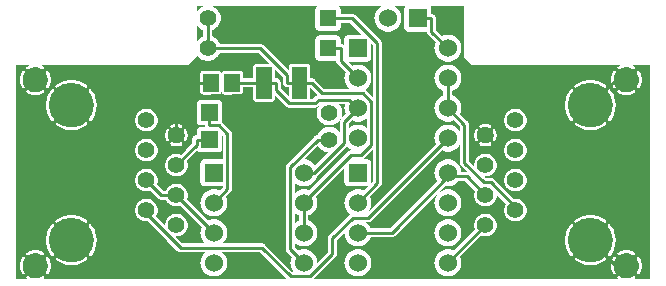
<source format=gbr>
G04 start of page 2 for group 0 idx 0 *
G04 Title: (unknown), top *
G04 Creator: pcb 1.99z *
G04 CreationDate: Wed Dec  9 06:05:03 2015 UTC *
G04 For: commonadmin *
G04 Format: Gerber/RS-274X *
G04 PCB-Dimensions (mil): 2380.00 955.00 *
G04 PCB-Coordinate-Origin: lower left *
%MOIN*%
%FSLAX25Y25*%
%LNTOP*%
%ADD24C,0.0380*%
%ADD23C,0.0630*%
%ADD22C,0.1280*%
%ADD21C,0.0354*%
%ADD20C,0.0300*%
%ADD19C,0.0280*%
%ADD18R,0.0512X0.0512*%
%ADD17C,0.0827*%
%ADD16C,0.1476*%
%ADD15C,0.0551*%
%ADD14C,0.0600*%
%ADD13C,0.0550*%
%ADD12C,0.0100*%
%ADD11C,0.0001*%
G54D11*G36*
X212046Y63133D02*X212197Y62572D01*
X212310Y61934D01*
X212367Y61289D01*
Y60641D01*
X212310Y59995D01*
X212197Y59357D01*
X212046Y58797D01*
Y63133D01*
G37*
G36*
Y18133D02*X212197Y17572D01*
X212310Y16934D01*
X212367Y16289D01*
Y15641D01*
X212310Y14995D01*
X212197Y14357D01*
X212046Y13797D01*
Y18133D01*
G37*
G36*
X221266Y74465D02*X224992D01*
Y2965D01*
X221266D01*
Y4657D01*
X221277Y4668D01*
X221323Y4731D01*
X221553Y5118D01*
X221744Y5526D01*
X221899Y5949D01*
X222016Y6383D01*
X222094Y6826D01*
X222134Y7275D01*
Y7725D01*
X222094Y8174D01*
X222016Y8617D01*
X221899Y9052D01*
X221744Y9474D01*
X221553Y9882D01*
X221327Y10271D01*
X221280Y10335D01*
X221266Y10349D01*
Y66665D01*
X221277Y66676D01*
X221323Y66739D01*
X221553Y67126D01*
X221744Y67534D01*
X221899Y67956D01*
X222016Y68391D01*
X222094Y68834D01*
X222134Y69283D01*
Y69733D01*
X222094Y70181D01*
X222016Y70625D01*
X221899Y71059D01*
X221744Y71482D01*
X221553Y71890D01*
X221327Y72279D01*
X221280Y72343D01*
X221266Y72357D01*
Y74465D01*
G37*
G36*
X216998Y73638D02*X217181D01*
X217542Y73606D01*
X217898Y73543D01*
X218248Y73449D01*
X218588Y73324D01*
X218916Y73171D01*
X219229Y72989D01*
X219298Y72951D01*
X219372Y72925D01*
X219450Y72911D01*
X219528Y72909D01*
X219606Y72920D01*
X219682Y72943D01*
X219753Y72977D01*
X219817Y73022D01*
X219874Y73077D01*
X219921Y73140D01*
X219958Y73209D01*
X219984Y73283D01*
X219998Y73361D01*
X220000Y73440D01*
X219989Y73518D01*
X219966Y73593D01*
X219932Y73664D01*
X219887Y73728D01*
X219832Y73785D01*
X219769Y73831D01*
X219382Y74061D01*
X218974Y74252D01*
X218551Y74407D01*
X218337Y74465D01*
X221266D01*
Y72357D01*
X221223Y72398D01*
X221158Y72443D01*
X221086Y72478D01*
X221011Y72501D01*
X220932Y72512D01*
X220853Y72510D01*
X220775Y72496D01*
X220700Y72470D01*
X220630Y72433D01*
X220566Y72385D01*
X220511Y72328D01*
X220466Y72262D01*
X220431Y72191D01*
X220408Y72115D01*
X220398Y72037D01*
X220399Y71957D01*
X220413Y71879D01*
X220439Y71804D01*
X220478Y71735D01*
X220663Y71424D01*
X220817Y71096D01*
X220941Y70756D01*
X221035Y70406D01*
X221098Y70050D01*
X221130Y69689D01*
Y69327D01*
X221098Y68966D01*
X221035Y68609D01*
X220941Y68260D01*
X220817Y67920D01*
X220663Y67592D01*
X220481Y67279D01*
X220443Y67210D01*
X220417Y67136D01*
X220403Y67058D01*
X220402Y66979D01*
X220412Y66901D01*
X220435Y66826D01*
X220470Y66755D01*
X220515Y66691D01*
X220569Y66634D01*
X220632Y66587D01*
X220701Y66549D01*
X220776Y66524D01*
X220853Y66510D01*
X220932Y66508D01*
X221010Y66519D01*
X221085Y66542D01*
X221156Y66576D01*
X221220Y66621D01*
X221266Y66665D01*
Y10349D01*
X221223Y10390D01*
X221158Y10435D01*
X221086Y10470D01*
X221011Y10493D01*
X220932Y10504D01*
X220853Y10502D01*
X220775Y10488D01*
X220700Y10462D01*
X220630Y10425D01*
X220566Y10377D01*
X220511Y10320D01*
X220466Y10255D01*
X220431Y10183D01*
X220408Y10107D01*
X220398Y10029D01*
X220399Y9949D01*
X220413Y9871D01*
X220439Y9796D01*
X220478Y9727D01*
X220663Y9416D01*
X220817Y9088D01*
X220941Y8748D01*
X221035Y8398D01*
X221098Y8042D01*
X221130Y7681D01*
Y7319D01*
X221098Y6958D01*
X221035Y6602D01*
X220941Y6252D01*
X220817Y5912D01*
X220663Y5584D01*
X220481Y5271D01*
X220443Y5202D01*
X220417Y5128D01*
X220403Y5050D01*
X220402Y4972D01*
X220412Y4894D01*
X220435Y4818D01*
X220470Y4747D01*
X220515Y4683D01*
X220569Y4626D01*
X220632Y4579D01*
X220701Y4542D01*
X220776Y4516D01*
X220853Y4502D01*
X220932Y4500D01*
X221010Y4511D01*
X221085Y4534D01*
X221156Y4568D01*
X221220Y4613D01*
X221266Y4657D01*
Y2965D01*
X219413D01*
X219771Y3173D01*
X219835Y3220D01*
X219890Y3277D01*
X219935Y3342D01*
X219970Y3414D01*
X219993Y3489D01*
X220004Y3568D01*
X220002Y3647D01*
X219988Y3725D01*
X219962Y3800D01*
X219925Y3870D01*
X219877Y3934D01*
X219820Y3989D01*
X219755Y4034D01*
X219683Y4069D01*
X219607Y4092D01*
X219529Y4102D01*
X219449Y4101D01*
X219371Y4087D01*
X219296Y4061D01*
X219227Y4022D01*
X218916Y3837D01*
X218588Y3683D01*
X218248Y3559D01*
X217898Y3465D01*
X217542Y3402D01*
X217181Y3370D01*
X216998D01*
Y11630D01*
X217181D01*
X217542Y11598D01*
X217898Y11535D01*
X218248Y11441D01*
X218588Y11317D01*
X218916Y11163D01*
X219229Y10981D01*
X219298Y10943D01*
X219372Y10917D01*
X219450Y10903D01*
X219528Y10902D01*
X219606Y10912D01*
X219682Y10935D01*
X219753Y10970D01*
X219817Y11015D01*
X219874Y11069D01*
X219921Y11132D01*
X219958Y11201D01*
X219984Y11276D01*
X219998Y11353D01*
X220000Y11432D01*
X219989Y11510D01*
X219966Y11585D01*
X219932Y11656D01*
X219887Y11720D01*
X219832Y11777D01*
X219769Y11823D01*
X219382Y12053D01*
X218974Y12244D01*
X218551Y12399D01*
X218117Y12516D01*
X217674Y12594D01*
X217225Y12634D01*
X216998D01*
Y64374D01*
X217225D01*
X217674Y64413D01*
X218117Y64492D01*
X218551Y64609D01*
X218974Y64763D01*
X219382Y64954D01*
X219771Y65180D01*
X219835Y65228D01*
X219890Y65285D01*
X219935Y65350D01*
X219970Y65421D01*
X219993Y65497D01*
X220004Y65576D01*
X220002Y65655D01*
X219988Y65733D01*
X219962Y65808D01*
X219925Y65878D01*
X219877Y65941D01*
X219820Y65996D01*
X219755Y66042D01*
X219683Y66076D01*
X219607Y66099D01*
X219529Y66110D01*
X219449Y66109D01*
X219371Y66095D01*
X219296Y66069D01*
X219227Y66030D01*
X218916Y65845D01*
X218588Y65691D01*
X218248Y65567D01*
X217898Y65473D01*
X217542Y65410D01*
X217181Y65378D01*
X216998D01*
Y73638D01*
G37*
G36*
X212046Y74465D02*X215663D01*
X215448Y74407D01*
X215026Y74252D01*
X214618Y74061D01*
X214229Y73835D01*
X214165Y73788D01*
X214110Y73731D01*
X214065Y73666D01*
X214030Y73594D01*
X214007Y73518D01*
X213996Y73440D01*
X213998Y73360D01*
X214012Y73282D01*
X214038Y73207D01*
X214075Y73138D01*
X214123Y73074D01*
X214180Y73019D01*
X214245Y72974D01*
X214317Y72939D01*
X214393Y72916D01*
X214471Y72905D01*
X214551Y72907D01*
X214629Y72921D01*
X214704Y72947D01*
X214773Y72986D01*
X215084Y73171D01*
X215412Y73324D01*
X215752Y73449D01*
X216102Y73543D01*
X216458Y73606D01*
X216819Y73638D01*
X216998D01*
Y65378D01*
X216819D01*
X216458Y65410D01*
X216102Y65473D01*
X215752Y65567D01*
X215412Y65691D01*
X215084Y65845D01*
X214771Y66027D01*
X214702Y66065D01*
X214628Y66091D01*
X214550Y66105D01*
X214472Y66106D01*
X214394Y66096D01*
X214318Y66073D01*
X214247Y66038D01*
X214183Y65993D01*
X214126Y65939D01*
X214079Y65876D01*
X214042Y65807D01*
X214016Y65732D01*
X214002Y65655D01*
X214000Y65576D01*
X214011Y65498D01*
X214034Y65423D01*
X214068Y65352D01*
X214113Y65288D01*
X214168Y65231D01*
X214231Y65185D01*
X214618Y64954D01*
X215026Y64763D01*
X215448Y64609D01*
X215883Y64492D01*
X216326Y64413D01*
X216775Y64374D01*
X216998D01*
Y12634D01*
X216775D01*
X216326Y12594D01*
X215883Y12516D01*
X215448Y12399D01*
X215026Y12244D01*
X214618Y12053D01*
X214229Y11827D01*
X214165Y11780D01*
X214110Y11723D01*
X214065Y11658D01*
X214030Y11586D01*
X214007Y11511D01*
X213996Y11432D01*
X213998Y11353D01*
X214012Y11275D01*
X214038Y11200D01*
X214075Y11130D01*
X214123Y11066D01*
X214180Y11011D01*
X214245Y10966D01*
X214317Y10931D01*
X214393Y10908D01*
X214471Y10898D01*
X214551Y10899D01*
X214629Y10913D01*
X214704Y10939D01*
X214773Y10978D01*
X215084Y11163D01*
X215412Y11317D01*
X215752Y11441D01*
X216102Y11535D01*
X216458Y11598D01*
X216819Y11630D01*
X216998D01*
Y3370D01*
X216819D01*
X216458Y3402D01*
X216102Y3465D01*
X215752Y3559D01*
X215412Y3683D01*
X215084Y3837D01*
X214771Y4019D01*
X214702Y4057D01*
X214628Y4083D01*
X214550Y4097D01*
X214472Y4098D01*
X214394Y4088D01*
X214318Y4065D01*
X214247Y4030D01*
X214183Y3985D01*
X214126Y3931D01*
X214079Y3868D01*
X214042Y3799D01*
X214016Y3724D01*
X214002Y3647D01*
X214000Y3568D01*
X214011Y3490D01*
X214034Y3415D01*
X214068Y3344D01*
X214113Y3280D01*
X214168Y3223D01*
X214231Y3177D01*
X214588Y2965D01*
X212046D01*
Y6154D01*
X212101Y5949D01*
X212256Y5526D01*
X212447Y5118D01*
X212673Y4729D01*
X212720Y4665D01*
X212777Y4610D01*
X212842Y4565D01*
X212914Y4530D01*
X212989Y4507D01*
X213068Y4496D01*
X213147Y4498D01*
X213225Y4512D01*
X213300Y4538D01*
X213370Y4575D01*
X213434Y4623D01*
X213489Y4680D01*
X213534Y4745D01*
X213569Y4817D01*
X213592Y4893D01*
X213602Y4971D01*
X213601Y5051D01*
X213587Y5129D01*
X213561Y5204D01*
X213522Y5273D01*
X213337Y5584D01*
X213183Y5912D01*
X213059Y6252D01*
X212965Y6602D01*
X212902Y6958D01*
X212870Y7319D01*
Y7681D01*
X212902Y8042D01*
X212965Y8398D01*
X213059Y8748D01*
X213183Y9088D01*
X213337Y9416D01*
X213519Y9729D01*
X213557Y9798D01*
X213583Y9872D01*
X213597Y9950D01*
X213598Y10028D01*
X213588Y10106D01*
X213565Y10182D01*
X213530Y10253D01*
X213485Y10317D01*
X213431Y10374D01*
X213368Y10421D01*
X213299Y10458D01*
X213224Y10484D01*
X213147Y10498D01*
X213068Y10500D01*
X212990Y10489D01*
X212915Y10466D01*
X212844Y10432D01*
X212780Y10387D01*
X212723Y10332D01*
X212677Y10269D01*
X212447Y9882D01*
X212256Y9474D01*
X212101Y9052D01*
X212046Y8846D01*
Y11423D01*
X212052Y11432D01*
X212423Y12069D01*
X212736Y12735D01*
X212989Y13427D01*
X213181Y14138D01*
X213309Y14863D01*
X213374Y15596D01*
Y16333D01*
X213309Y17066D01*
X213181Y17791D01*
X212989Y18503D01*
X212736Y19194D01*
X212423Y19861D01*
X212052Y20497D01*
X212046Y20507D01*
Y56423D01*
X212052Y56432D01*
X212423Y57069D01*
X212736Y57735D01*
X212989Y58427D01*
X213181Y59138D01*
X213309Y59863D01*
X213374Y60596D01*
Y61333D01*
X213309Y62066D01*
X213181Y62791D01*
X212989Y63503D01*
X212736Y64194D01*
X212423Y64861D01*
X212052Y65497D01*
X212046Y65507D01*
Y68162D01*
X212101Y67956D01*
X212256Y67534D01*
X212447Y67126D01*
X212673Y66737D01*
X212720Y66673D01*
X212777Y66618D01*
X212842Y66573D01*
X212914Y66538D01*
X212989Y66515D01*
X213068Y66504D01*
X213147Y66506D01*
X213225Y66520D01*
X213300Y66546D01*
X213370Y66583D01*
X213434Y66631D01*
X213489Y66688D01*
X213534Y66753D01*
X213569Y66825D01*
X213592Y66901D01*
X213602Y66979D01*
X213601Y67059D01*
X213587Y67137D01*
X213561Y67212D01*
X213522Y67281D01*
X213337Y67592D01*
X213183Y67920D01*
X213059Y68260D01*
X212965Y68609D01*
X212902Y68966D01*
X212870Y69327D01*
Y69689D01*
X212902Y70050D01*
X212965Y70406D01*
X213059Y70756D01*
X213183Y71096D01*
X213337Y71424D01*
X213519Y71737D01*
X213557Y71806D01*
X213583Y71880D01*
X213597Y71958D01*
X213598Y72036D01*
X213588Y72114D01*
X213565Y72190D01*
X213530Y72260D01*
X213485Y72325D01*
X213431Y72382D01*
X213368Y72429D01*
X213299Y72466D01*
X213224Y72492D01*
X213147Y72506D01*
X213068Y72508D01*
X212990Y72497D01*
X212915Y72474D01*
X212844Y72440D01*
X212780Y72395D01*
X212723Y72340D01*
X212677Y72277D01*
X212447Y71890D01*
X212256Y71482D01*
X212101Y71059D01*
X212046Y70854D01*
Y74465D01*
G37*
G36*
X204996D02*X212046D01*
Y70854D01*
X211984Y70625D01*
X211906Y70181D01*
X211866Y69733D01*
Y69283D01*
X211906Y68834D01*
X211984Y68391D01*
X212046Y68162D01*
Y65507D01*
X211628Y66099D01*
X211575Y66158D01*
X211512Y66208D01*
X211443Y66248D01*
X211368Y66276D01*
X211290Y66292D01*
X211211Y66296D01*
X211131Y66288D01*
X211054Y66267D01*
X210981Y66234D01*
X210915Y66190D01*
X210855Y66137D01*
X210806Y66074D01*
X210766Y66005D01*
X210738Y65930D01*
X210721Y65852D01*
X210717Y65773D01*
X210726Y65693D01*
X210747Y65616D01*
X210780Y65543D01*
X210825Y65478D01*
X211204Y64953D01*
X211530Y64392D01*
X211805Y63806D01*
X212028Y63198D01*
X212046Y63133D01*
Y58797D01*
X212028Y58732D01*
X211805Y58123D01*
X211530Y57537D01*
X211204Y56977D01*
X210830Y56447D01*
X210786Y56382D01*
X210754Y56311D01*
X210733Y56235D01*
X210725Y56156D01*
X210728Y56078D01*
X210744Y56001D01*
X210772Y55927D01*
X210811Y55859D01*
X210861Y55797D01*
X210919Y55745D01*
X210985Y55701D01*
X211057Y55669D01*
X211132Y55648D01*
X211211Y55640D01*
X211289Y55644D01*
X211366Y55660D01*
X211440Y55688D01*
X211508Y55727D01*
X211570Y55776D01*
X211621Y55835D01*
X212046Y56423D01*
Y20507D01*
X211628Y21099D01*
X211575Y21158D01*
X211512Y21208D01*
X211443Y21248D01*
X211368Y21276D01*
X211290Y21292D01*
X211211Y21296D01*
X211131Y21288D01*
X211054Y21267D01*
X210981Y21234D01*
X210915Y21190D01*
X210855Y21137D01*
X210806Y21074D01*
X210766Y21005D01*
X210738Y20930D01*
X210721Y20852D01*
X210717Y20773D01*
X210726Y20693D01*
X210747Y20616D01*
X210780Y20543D01*
X210825Y20478D01*
X211204Y19953D01*
X211530Y19392D01*
X211805Y18806D01*
X212028Y18198D01*
X212046Y18133D01*
Y13797D01*
X212028Y13732D01*
X211805Y13123D01*
X211530Y12537D01*
X211204Y11977D01*
X210830Y11447D01*
X210786Y11382D01*
X210754Y11311D01*
X210733Y11235D01*
X210725Y11156D01*
X210728Y11078D01*
X210744Y11001D01*
X210772Y10927D01*
X210811Y10859D01*
X210861Y10797D01*
X210919Y10745D01*
X210985Y10701D01*
X211057Y10669D01*
X211132Y10648D01*
X211211Y10640D01*
X211289Y10644D01*
X211366Y10660D01*
X211440Y10688D01*
X211508Y10727D01*
X211570Y10776D01*
X211621Y10835D01*
X212046Y11423D01*
Y8846D01*
X211984Y8617D01*
X211906Y8174D01*
X211866Y7725D01*
Y7275D01*
X211906Y6826D01*
X211984Y6383D01*
X212046Y6154D01*
Y2965D01*
X204996D01*
Y7583D01*
X205360D01*
X206094Y7647D01*
X206819Y7776D01*
X207530Y7968D01*
X208222Y8221D01*
X208888Y8534D01*
X209525Y8904D01*
X210126Y9329D01*
X210186Y9382D01*
X210236Y9444D01*
X210275Y9514D01*
X210304Y9588D01*
X210320Y9666D01*
X210324Y9746D01*
X210315Y9826D01*
X210294Y9903D01*
X210262Y9975D01*
X210218Y10042D01*
X210164Y10101D01*
X210102Y10151D01*
X210033Y10191D01*
X209958Y10219D01*
X209880Y10235D01*
X209800Y10239D01*
X209721Y10231D01*
X209644Y10210D01*
X209571Y10177D01*
X209505Y10132D01*
X208980Y9753D01*
X208420Y9427D01*
X207834Y9151D01*
X207225Y8929D01*
X206600Y8760D01*
X205962Y8647D01*
X205316Y8590D01*
X204996D01*
Y23339D01*
X205316D01*
X205962Y23283D01*
X206600Y23169D01*
X207225Y23001D01*
X207834Y22778D01*
X208420Y22502D01*
X208980Y22177D01*
X209509Y21803D01*
X209574Y21759D01*
X209646Y21726D01*
X209722Y21706D01*
X209800Y21697D01*
X209879Y21701D01*
X209956Y21717D01*
X210030Y21745D01*
X210098Y21784D01*
X210159Y21833D01*
X210212Y21891D01*
X210255Y21957D01*
X210288Y22029D01*
X210308Y22105D01*
X210317Y22183D01*
X210313Y22262D01*
X210297Y22339D01*
X210269Y22412D01*
X210230Y22481D01*
X210181Y22542D01*
X210121Y22594D01*
X209525Y23025D01*
X208888Y23395D01*
X208222Y23708D01*
X207530Y23961D01*
X206819Y24153D01*
X206094Y24282D01*
X205360Y24346D01*
X204996D01*
Y52583D01*
X205360D01*
X206094Y52647D01*
X206819Y52776D01*
X207530Y52968D01*
X208222Y53221D01*
X208888Y53534D01*
X209525Y53904D01*
X210126Y54329D01*
X210186Y54382D01*
X210236Y54444D01*
X210275Y54514D01*
X210304Y54588D01*
X210320Y54666D01*
X210324Y54746D01*
X210315Y54826D01*
X210294Y54903D01*
X210262Y54975D01*
X210218Y55042D01*
X210164Y55101D01*
X210102Y55151D01*
X210033Y55191D01*
X209958Y55219D01*
X209880Y55235D01*
X209800Y55239D01*
X209721Y55231D01*
X209644Y55210D01*
X209571Y55177D01*
X209505Y55132D01*
X208980Y54753D01*
X208420Y54427D01*
X207834Y54151D01*
X207225Y53929D01*
X206600Y53760D01*
X205962Y53647D01*
X205316Y53590D01*
X204996D01*
Y68339D01*
X205316D01*
X205962Y68283D01*
X206600Y68169D01*
X207225Y68001D01*
X207834Y67778D01*
X208420Y67502D01*
X208980Y67177D01*
X209509Y66803D01*
X209574Y66759D01*
X209646Y66726D01*
X209722Y66706D01*
X209800Y66697D01*
X209879Y66701D01*
X209956Y66717D01*
X210030Y66745D01*
X210098Y66784D01*
X210159Y66833D01*
X210212Y66891D01*
X210255Y66957D01*
X210288Y67029D01*
X210308Y67105D01*
X210317Y67183D01*
X210313Y67262D01*
X210297Y67339D01*
X210269Y67412D01*
X210230Y67481D01*
X210181Y67542D01*
X210121Y67594D01*
X209525Y68025D01*
X208888Y68395D01*
X208222Y68708D01*
X207530Y68961D01*
X206819Y69153D01*
X206094Y69282D01*
X205360Y69346D01*
X204996D01*
Y74465D01*
G37*
G36*
X197939D02*X204996D01*
Y69346D01*
X204624D01*
X203890Y69282D01*
X203165Y69153D01*
X202454Y68961D01*
X201763Y68708D01*
X201096Y68395D01*
X200460Y68025D01*
X199858Y67600D01*
X199798Y67547D01*
X199748Y67485D01*
X199709Y67415D01*
X199680Y67341D01*
X199664Y67263D01*
X199660Y67183D01*
X199669Y67104D01*
X199690Y67027D01*
X199723Y66954D01*
X199766Y66887D01*
X199820Y66828D01*
X199882Y66778D01*
X199952Y66738D01*
X200026Y66710D01*
X200104Y66694D01*
X200184Y66690D01*
X200264Y66699D01*
X200341Y66720D01*
X200413Y66752D01*
X200479Y66797D01*
X201004Y67177D01*
X201564Y67502D01*
X202151Y67778D01*
X202759Y68001D01*
X203385Y68169D01*
X204023Y68283D01*
X204668Y68339D01*
X204996D01*
Y53590D01*
X204668D01*
X204023Y53647D01*
X203385Y53760D01*
X202759Y53929D01*
X202151Y54151D01*
X201564Y54427D01*
X201004Y54753D01*
X200475Y55126D01*
X200410Y55171D01*
X200338Y55203D01*
X200262Y55224D01*
X200184Y55232D01*
X200105Y55228D01*
X200028Y55212D01*
X199955Y55184D01*
X199886Y55145D01*
X199825Y55096D01*
X199772Y55038D01*
X199729Y54972D01*
X199697Y54900D01*
X199676Y54824D01*
X199667Y54746D01*
X199671Y54667D01*
X199687Y54590D01*
X199715Y54517D01*
X199754Y54448D01*
X199804Y54387D01*
X199863Y54335D01*
X200460Y53904D01*
X201096Y53534D01*
X201763Y53221D01*
X202454Y52968D01*
X203165Y52776D01*
X203890Y52647D01*
X204624Y52583D01*
X204996D01*
Y24346D01*
X204624D01*
X203890Y24282D01*
X203165Y24153D01*
X202454Y23961D01*
X201763Y23708D01*
X201096Y23395D01*
X200460Y23025D01*
X199858Y22600D01*
X199798Y22547D01*
X199748Y22485D01*
X199709Y22415D01*
X199680Y22341D01*
X199664Y22263D01*
X199660Y22183D01*
X199669Y22104D01*
X199690Y22027D01*
X199723Y21954D01*
X199766Y21887D01*
X199820Y21828D01*
X199882Y21778D01*
X199952Y21738D01*
X200026Y21710D01*
X200104Y21694D01*
X200184Y21690D01*
X200264Y21699D01*
X200341Y21720D01*
X200413Y21752D01*
X200479Y21797D01*
X201004Y22177D01*
X201564Y22502D01*
X202151Y22778D01*
X202759Y23001D01*
X203385Y23169D01*
X204023Y23283D01*
X204668Y23339D01*
X204996D01*
Y8590D01*
X204668D01*
X204023Y8647D01*
X203385Y8760D01*
X202759Y8929D01*
X202151Y9151D01*
X201564Y9427D01*
X201004Y9753D01*
X200475Y10126D01*
X200410Y10171D01*
X200338Y10203D01*
X200262Y10224D01*
X200184Y10232D01*
X200105Y10228D01*
X200028Y10212D01*
X199955Y10184D01*
X199886Y10145D01*
X199825Y10096D01*
X199772Y10038D01*
X199729Y9972D01*
X199697Y9900D01*
X199676Y9824D01*
X199667Y9746D01*
X199671Y9667D01*
X199687Y9590D01*
X199715Y9517D01*
X199754Y9448D01*
X199804Y9387D01*
X199863Y9335D01*
X200460Y8904D01*
X201096Y8534D01*
X201763Y8221D01*
X202454Y7968D01*
X203165Y7776D01*
X203890Y7647D01*
X204624Y7583D01*
X204996D01*
Y2965D01*
X197939D01*
Y11423D01*
X198357Y10830D01*
X198410Y10771D01*
X198472Y10721D01*
X198541Y10681D01*
X198616Y10653D01*
X198694Y10637D01*
X198774Y10633D01*
X198853Y10641D01*
X198930Y10662D01*
X199003Y10695D01*
X199070Y10739D01*
X199129Y10793D01*
X199179Y10855D01*
X199218Y10924D01*
X199247Y10999D01*
X199263Y11077D01*
X199267Y11157D01*
X199258Y11236D01*
X199237Y11313D01*
X199204Y11386D01*
X199159Y11452D01*
X198780Y11977D01*
X198454Y12537D01*
X198179Y13123D01*
X197956Y13732D01*
X197939Y13797D01*
Y18133D01*
X197956Y18198D01*
X198179Y18806D01*
X198454Y19392D01*
X198780Y19953D01*
X199154Y20482D01*
X199198Y20547D01*
X199230Y20619D01*
X199251Y20695D01*
X199260Y20773D01*
X199256Y20851D01*
X199240Y20928D01*
X199212Y21002D01*
X199173Y21070D01*
X199124Y21132D01*
X199065Y21185D01*
X198999Y21228D01*
X198928Y21260D01*
X198852Y21281D01*
X198774Y21289D01*
X198695Y21285D01*
X198618Y21269D01*
X198544Y21241D01*
X198476Y21202D01*
X198415Y21153D01*
X198363Y21094D01*
X197939Y20506D01*
Y56423D01*
X198357Y55830D01*
X198410Y55771D01*
X198472Y55721D01*
X198541Y55681D01*
X198616Y55653D01*
X198694Y55637D01*
X198774Y55633D01*
X198853Y55641D01*
X198930Y55662D01*
X199003Y55695D01*
X199070Y55739D01*
X199129Y55793D01*
X199179Y55855D01*
X199218Y55924D01*
X199247Y55999D01*
X199263Y56077D01*
X199267Y56157D01*
X199258Y56236D01*
X199237Y56313D01*
X199204Y56386D01*
X199159Y56452D01*
X198780Y56977D01*
X198454Y57537D01*
X198179Y58123D01*
X197956Y58732D01*
X197939Y58797D01*
Y63133D01*
X197956Y63198D01*
X198179Y63806D01*
X198454Y64392D01*
X198780Y64953D01*
X199154Y65482D01*
X199198Y65547D01*
X199230Y65619D01*
X199251Y65695D01*
X199260Y65773D01*
X199256Y65851D01*
X199240Y65928D01*
X199212Y66002D01*
X199173Y66070D01*
X199124Y66132D01*
X199065Y66185D01*
X198999Y66228D01*
X198928Y66260D01*
X198852Y66281D01*
X198774Y66289D01*
X198695Y66285D01*
X198618Y66269D01*
X198544Y66241D01*
X198476Y66202D01*
X198415Y66153D01*
X198363Y66094D01*
X197939Y65506D01*
Y74465D01*
G37*
G36*
Y58797D02*X197787Y59357D01*
X197674Y59995D01*
X197617Y60641D01*
Y61289D01*
X197674Y61934D01*
X197787Y62572D01*
X197939Y63133D01*
Y58797D01*
G37*
G36*
Y13797D02*X197787Y14357D01*
X197674Y14995D01*
X197617Y15641D01*
Y16289D01*
X197674Y16934D01*
X197787Y17572D01*
X197939Y18133D01*
Y13797D01*
G37*
G36*
X179986Y74465D02*X197939D01*
Y65506D01*
X197932Y65497D01*
X197562Y64861D01*
X197249Y64194D01*
X196995Y63503D01*
X196803Y62791D01*
X196675Y62066D01*
X196610Y61333D01*
Y60596D01*
X196675Y59863D01*
X196803Y59138D01*
X196995Y58427D01*
X197249Y57735D01*
X197562Y57069D01*
X197932Y56432D01*
X197939Y56423D01*
Y20506D01*
X197932Y20497D01*
X197562Y19861D01*
X197249Y19194D01*
X196995Y18503D01*
X196803Y17791D01*
X196675Y17066D01*
X196610Y16333D01*
Y15596D01*
X196675Y14863D01*
X196803Y14138D01*
X196995Y13427D01*
X197249Y12735D01*
X197562Y12069D01*
X197932Y11432D01*
X197939Y11423D01*
Y2965D01*
X179986D01*
Y22198D01*
X179992Y22197D01*
X180581Y22243D01*
X181156Y22381D01*
X181703Y22608D01*
X182207Y22917D01*
X182656Y23301D01*
X183040Y23750D01*
X183349Y24254D01*
X183575Y24800D01*
X183713Y25375D01*
X183748Y25965D01*
X183713Y26554D01*
X183575Y27129D01*
X183349Y27675D01*
X183040Y28179D01*
X182656Y28629D01*
X182207Y29013D01*
X181703Y29321D01*
X181156Y29548D01*
X180581Y29686D01*
X179992Y29732D01*
X179986Y29732D01*
Y32198D01*
X179992Y32197D01*
X180581Y32243D01*
X181156Y32381D01*
X181703Y32608D01*
X182207Y32917D01*
X182656Y33301D01*
X183040Y33750D01*
X183349Y34254D01*
X183575Y34800D01*
X183713Y35375D01*
X183748Y35965D01*
X183713Y36554D01*
X183575Y37129D01*
X183349Y37675D01*
X183040Y38179D01*
X182656Y38629D01*
X182207Y39013D01*
X181703Y39321D01*
X181156Y39548D01*
X180581Y39686D01*
X179992Y39732D01*
X179986Y39732D01*
Y42198D01*
X179992Y42197D01*
X180581Y42243D01*
X181156Y42381D01*
X181703Y42608D01*
X182207Y42917D01*
X182656Y43301D01*
X183040Y43750D01*
X183349Y44254D01*
X183575Y44800D01*
X183713Y45375D01*
X183748Y45965D01*
X183713Y46554D01*
X183575Y47129D01*
X183349Y47675D01*
X183040Y48179D01*
X182656Y48629D01*
X182207Y49013D01*
X181703Y49321D01*
X181156Y49548D01*
X180581Y49686D01*
X179992Y49732D01*
X179986Y49732D01*
Y52198D01*
X179992Y52197D01*
X180581Y52243D01*
X181156Y52381D01*
X181703Y52608D01*
X182207Y52917D01*
X182656Y53301D01*
X183040Y53750D01*
X183349Y54254D01*
X183575Y54800D01*
X183713Y55375D01*
X183748Y55965D01*
X183713Y56554D01*
X183575Y57129D01*
X183349Y57675D01*
X183040Y58179D01*
X182656Y58629D01*
X182207Y59013D01*
X181703Y59321D01*
X181156Y59548D01*
X180581Y59686D01*
X179992Y59732D01*
X179986Y59732D01*
Y74465D01*
G37*
G36*
Y2965D02*X173065D01*
Y18791D01*
X173349Y19254D01*
X173575Y19800D01*
X173713Y20375D01*
X173748Y20965D01*
X173713Y21554D01*
X173575Y22129D01*
X173349Y22675D01*
X173065Y23138D01*
Y28791D01*
X173349Y29254D01*
X173575Y29800D01*
X173713Y30375D01*
X173748Y30965D01*
X173739Y31116D01*
X176842Y28013D01*
X176635Y27675D01*
X176409Y27129D01*
X176271Y26554D01*
X176225Y25965D01*
X176271Y25375D01*
X176409Y24800D01*
X176635Y24254D01*
X176944Y23750D01*
X177328Y23301D01*
X177778Y22917D01*
X178282Y22608D01*
X178828Y22381D01*
X179403Y22243D01*
X179986Y22198D01*
Y2965D01*
G37*
G36*
X179411Y29686D02*X173065Y36033D01*
Y38791D01*
X173349Y39254D01*
X173575Y39800D01*
X173713Y40375D01*
X173748Y40965D01*
X173713Y41554D01*
X173575Y42129D01*
X173349Y42675D01*
X173065Y43138D01*
Y49001D01*
X173107Y49018D01*
X173175Y49058D01*
X173235Y49109D01*
X173286Y49168D01*
X173327Y49236D01*
X173480Y49561D01*
X173599Y49900D01*
X173684Y50250D01*
X173735Y50605D01*
X173752Y50965D01*
X173735Y51324D01*
X173684Y51680D01*
X173599Y52029D01*
X173480Y52368D01*
X173330Y52695D01*
X173289Y52763D01*
X173237Y52822D01*
X173176Y52873D01*
X173109Y52914D01*
X173065Y52932D01*
Y74465D01*
X179986D01*
Y59732D01*
X179403Y59686D01*
X178828Y59548D01*
X178282Y59321D01*
X177778Y59013D01*
X177328Y58629D01*
X176944Y58179D01*
X176635Y57675D01*
X176409Y57129D01*
X176271Y56554D01*
X176225Y55965D01*
X176271Y55375D01*
X176409Y54800D01*
X176635Y54254D01*
X176944Y53750D01*
X177328Y53301D01*
X177778Y52917D01*
X178282Y52608D01*
X178828Y52381D01*
X179403Y52243D01*
X179986Y52198D01*
Y49732D01*
X179403Y49686D01*
X178828Y49548D01*
X178282Y49321D01*
X177778Y49013D01*
X177328Y48629D01*
X176944Y48179D01*
X176635Y47675D01*
X176409Y47129D01*
X176271Y46554D01*
X176225Y45965D01*
X176271Y45375D01*
X176409Y44800D01*
X176635Y44254D01*
X176944Y43750D01*
X177328Y43301D01*
X177778Y42917D01*
X178282Y42608D01*
X178828Y42381D01*
X179403Y42243D01*
X179986Y42198D01*
Y39732D01*
X179403Y39686D01*
X178828Y39548D01*
X178282Y39321D01*
X177778Y39013D01*
X177328Y38629D01*
X176944Y38179D01*
X176635Y37675D01*
X176409Y37129D01*
X176271Y36554D01*
X176225Y35965D01*
X176271Y35375D01*
X176409Y34800D01*
X176635Y34254D01*
X176944Y33750D01*
X177328Y33301D01*
X177778Y32917D01*
X178282Y32608D01*
X178828Y32381D01*
X179403Y32243D01*
X179986Y32198D01*
Y29732D01*
X179411Y29686D01*
G37*
G36*
X173065Y23138D02*X173040Y23179D01*
X172656Y23629D01*
X172207Y24013D01*
X171703Y24321D01*
X171156Y24548D01*
X170581Y24686D01*
X169994Y24732D01*
Y27197D01*
X170581Y27243D01*
X171156Y27381D01*
X171703Y27608D01*
X172207Y27917D01*
X172656Y28301D01*
X173040Y28750D01*
X173065Y28791D01*
Y23138D01*
G37*
G36*
Y2965D02*X169994D01*
Y17197D01*
X170581Y17243D01*
X171156Y17381D01*
X171703Y17608D01*
X172207Y17917D01*
X172656Y18301D01*
X173040Y18750D01*
X173065Y18791D01*
Y2965D01*
G37*
G36*
Y43138D02*X173040Y43179D01*
X172656Y43629D01*
X172207Y44013D01*
X171703Y44321D01*
X171156Y44548D01*
X170581Y44686D01*
X169994Y44732D01*
Y47204D01*
X170351Y47222D01*
X170707Y47273D01*
X171056Y47358D01*
X171396Y47476D01*
X171723Y47626D01*
X171790Y47668D01*
X171850Y47720D01*
X171901Y47780D01*
X171942Y47848D01*
X171972Y47921D01*
X171990Y47999D01*
X171995Y48078D01*
X171989Y48156D01*
X171970Y48233D01*
X171939Y48306D01*
X171897Y48374D01*
X171845Y48433D01*
X171784Y48484D01*
X171717Y48525D01*
X171643Y48555D01*
X171566Y48573D01*
X171487Y48579D01*
X171408Y48572D01*
X171331Y48553D01*
X171259Y48521D01*
X171021Y48408D01*
X170772Y48321D01*
X170516Y48259D01*
X170255Y48221D01*
X169994Y48209D01*
Y53720D01*
X170255Y53708D01*
X170516Y53670D01*
X170772Y53608D01*
X171021Y53521D01*
X171260Y53411D01*
X171332Y53379D01*
X171409Y53360D01*
X171487Y53354D01*
X171566Y53359D01*
X171642Y53377D01*
X171715Y53407D01*
X171783Y53447D01*
X171843Y53498D01*
X171894Y53558D01*
X171936Y53624D01*
X171967Y53697D01*
X171985Y53773D01*
X171992Y53852D01*
X171987Y53930D01*
X171969Y54007D01*
X171939Y54080D01*
X171898Y54147D01*
X171848Y54207D01*
X171788Y54259D01*
X171721Y54299D01*
X171396Y54453D01*
X171056Y54571D01*
X170707Y54656D01*
X170351Y54708D01*
X169994Y54725D01*
Y74465D01*
X173065D01*
Y52932D01*
X173035Y52944D01*
X172958Y52962D01*
X172879Y52968D01*
X172800Y52961D01*
X172723Y52942D01*
X172650Y52911D01*
X172583Y52869D01*
X172523Y52817D01*
X172472Y52757D01*
X172431Y52689D01*
X172402Y52616D01*
X172384Y52539D01*
X172378Y52460D01*
X172385Y52381D01*
X172404Y52304D01*
X172436Y52231D01*
X172549Y51993D01*
X172635Y51745D01*
X172698Y51489D01*
X172735Y51228D01*
X172748Y50965D01*
X172735Y50701D01*
X172698Y50441D01*
X172635Y50185D01*
X172549Y49936D01*
X172439Y49696D01*
X172407Y49624D01*
X172388Y49548D01*
X172381Y49470D01*
X172387Y49391D01*
X172405Y49314D01*
X172434Y49242D01*
X172475Y49174D01*
X172526Y49114D01*
X172585Y49062D01*
X172652Y49021D01*
X172724Y48990D01*
X172801Y48971D01*
X172879Y48965D01*
X172958Y48970D01*
X173034Y48988D01*
X173065Y49001D01*
Y43138D01*
G37*
G36*
Y36033D02*X172822Y36276D01*
X172784Y36321D01*
X172604Y36474D01*
X172425Y36584D01*
X172403Y36597D01*
X172403Y36597D01*
X172185Y36688D01*
X171955Y36743D01*
X171955Y36743D01*
X171720Y36761D01*
X171661Y36757D01*
X170197D01*
X169994Y36960D01*
Y37197D01*
X170581Y37243D01*
X171156Y37381D01*
X171703Y37608D01*
X172207Y37917D01*
X172656Y38301D01*
X173040Y38750D01*
X173065Y38791D01*
Y36033D01*
G37*
G36*
X169994Y24732D02*X169992Y24732D01*
X169403Y24686D01*
X168828Y24548D01*
X168282Y24321D01*
X167778Y24013D01*
X167328Y23629D01*
X166944Y23179D01*
X166635Y22675D01*
X166409Y22129D01*
X166271Y21554D01*
X166225Y20965D01*
X166271Y20375D01*
X166409Y19800D01*
X166496Y19590D01*
X163363Y16457D01*
Y35472D01*
X166496Y32339D01*
X166409Y32129D01*
X166271Y31554D01*
X166225Y30965D01*
X166271Y30375D01*
X166409Y29800D01*
X166635Y29254D01*
X166944Y28750D01*
X167328Y28301D01*
X167778Y27917D01*
X168282Y27608D01*
X168828Y27381D01*
X169403Y27243D01*
X169992Y27197D01*
X169994Y27197D01*
Y24732D01*
G37*
G36*
Y2965D02*X163363D01*
Y12214D01*
X168618Y17469D01*
X168828Y17381D01*
X169403Y17243D01*
X169992Y17197D01*
X169994Y17197D01*
Y2965D01*
G37*
G36*
Y44732D02*X169992Y44732D01*
X169403Y44686D01*
X168828Y44548D01*
X168282Y44321D01*
X167778Y44013D01*
X167328Y43629D01*
X166944Y43179D01*
X166919Y43138D01*
Y48997D01*
X166949Y48985D01*
X167026Y48967D01*
X167105Y48961D01*
X167184Y48968D01*
X167261Y48987D01*
X167334Y49018D01*
X167401Y49060D01*
X167461Y49112D01*
X167512Y49172D01*
X167553Y49240D01*
X167583Y49313D01*
X167601Y49391D01*
X167606Y49470D01*
X167599Y49549D01*
X167580Y49625D01*
X167548Y49698D01*
X167435Y49936D01*
X167349Y50185D01*
X167286Y50441D01*
X167249Y50701D01*
X167236Y50965D01*
X167249Y51228D01*
X167286Y51489D01*
X167349Y51745D01*
X167435Y51993D01*
X167545Y52233D01*
X167577Y52305D01*
X167596Y52381D01*
X167603Y52460D01*
X167597Y52538D01*
X167580Y52615D01*
X167550Y52688D01*
X167509Y52755D01*
X167459Y52815D01*
X167399Y52867D01*
X167332Y52908D01*
X167260Y52939D01*
X167183Y52958D01*
X167105Y52965D01*
X167027Y52959D01*
X166950Y52941D01*
X166919Y52929D01*
Y74465D01*
X169994D01*
Y54725D01*
X169992Y54725D01*
X169633Y54708D01*
X169277Y54656D01*
X168928Y54571D01*
X168588Y54453D01*
X168262Y54303D01*
X168194Y54261D01*
X168134Y54210D01*
X168083Y54149D01*
X168042Y54081D01*
X168013Y54008D01*
X167995Y53931D01*
X167989Y53852D01*
X167996Y53773D01*
X168015Y53696D01*
X168046Y53623D01*
X168087Y53556D01*
X168139Y53496D01*
X168200Y53445D01*
X168268Y53404D01*
X168341Y53374D01*
X168418Y53356D01*
X168497Y53350D01*
X168576Y53357D01*
X168653Y53376D01*
X168725Y53408D01*
X168963Y53521D01*
X169212Y53608D01*
X169468Y53670D01*
X169729Y53708D01*
X169992Y53720D01*
X169994Y53720D01*
Y48209D01*
X169992Y48209D01*
X169729Y48221D01*
X169468Y48259D01*
X169212Y48321D01*
X168963Y48408D01*
X168724Y48518D01*
X168652Y48550D01*
X168576Y48569D01*
X168497Y48576D01*
X168419Y48570D01*
X168342Y48552D01*
X168269Y48522D01*
X168202Y48482D01*
X168141Y48431D01*
X168090Y48372D01*
X168048Y48305D01*
X168018Y48232D01*
X167999Y48156D01*
X167992Y48078D01*
X167998Y47999D01*
X168016Y47922D01*
X168045Y47849D01*
X168086Y47782D01*
X168137Y47722D01*
X168196Y47670D01*
X168264Y47630D01*
X168588Y47476D01*
X168928Y47358D01*
X169277Y47273D01*
X169633Y47222D01*
X169992Y47204D01*
X169994Y47204D01*
Y44732D01*
G37*
G36*
X166919Y43138D02*X166635Y42675D01*
X166409Y42129D01*
X166271Y41554D01*
X166225Y40965D01*
X166245Y40709D01*
X164491Y42462D01*
Y54407D01*
X164496Y54465D01*
X164477Y54701D01*
X164422Y54930D01*
X164332Y55148D01*
X164209Y55350D01*
X164055Y55529D01*
X164010Y55568D01*
X163363Y56215D01*
Y76594D01*
X165492Y74465D01*
X166919D01*
Y52929D01*
X166877Y52912D01*
X166810Y52871D01*
X166749Y52820D01*
X166698Y52761D01*
X166658Y52693D01*
X166504Y52368D01*
X166386Y52029D01*
X166301Y51680D01*
X166249Y51324D01*
X166232Y50965D01*
X166249Y50605D01*
X166301Y50250D01*
X166386Y49900D01*
X166504Y49561D01*
X166654Y49234D01*
X166695Y49167D01*
X166747Y49107D01*
X166808Y49056D01*
X166876Y49015D01*
X166919Y48997D01*
Y43138D01*
G37*
G36*
X169994Y36960D02*X169736Y37217D01*
X169992Y37197D01*
X169994Y37197D01*
Y36960D01*
G37*
G36*
X157485Y33951D02*X157492Y33951D01*
X158198Y34006D01*
X158887Y34172D01*
X159541Y34443D01*
X160145Y34813D01*
X160684Y35273D01*
X161051Y35702D01*
X163133D01*
X163363Y35472D01*
Y16457D01*
X159436Y12530D01*
X158887Y12758D01*
X158198Y12923D01*
X157492Y12978D01*
X157485Y12978D01*
Y13951D01*
X157492Y13951D01*
X158198Y14006D01*
X158887Y14172D01*
X159541Y14443D01*
X160145Y14813D01*
X160684Y15273D01*
X161144Y15811D01*
X161514Y16415D01*
X161785Y17070D01*
X161950Y17758D01*
X161992Y18465D01*
X161950Y19171D01*
X161785Y19859D01*
X161514Y20514D01*
X161144Y21118D01*
X160684Y21656D01*
X160145Y22116D01*
X159541Y22486D01*
X158887Y22758D01*
X158198Y22923D01*
X157492Y22978D01*
X157485Y22978D01*
Y23951D01*
X157492Y23951D01*
X158198Y24006D01*
X158887Y24172D01*
X159541Y24443D01*
X160145Y24813D01*
X160684Y25273D01*
X161144Y25811D01*
X161514Y26415D01*
X161785Y27070D01*
X161950Y27758D01*
X161992Y28465D01*
X161950Y29171D01*
X161785Y29859D01*
X161514Y30514D01*
X161144Y31118D01*
X160684Y31656D01*
X160145Y32116D01*
X159541Y32486D01*
X158887Y32758D01*
X158198Y32923D01*
X157492Y32978D01*
X157485Y32978D01*
Y33951D01*
G37*
G36*
X163363Y2965D02*X157485D01*
Y3951D01*
X157492Y3951D01*
X158198Y4006D01*
X158887Y4172D01*
X159541Y4443D01*
X160145Y4813D01*
X160684Y5273D01*
X161144Y5811D01*
X161514Y6415D01*
X161785Y7070D01*
X161950Y7758D01*
X161992Y8465D01*
X161950Y9171D01*
X161785Y9859D01*
X161558Y10409D01*
X163363Y12214D01*
Y2965D01*
G37*
G36*
X157485D02*X127485D01*
Y3951D01*
X127492Y3951D01*
X128198Y4006D01*
X128887Y4172D01*
X129541Y4443D01*
X130145Y4813D01*
X130684Y5273D01*
X131144Y5811D01*
X131514Y6415D01*
X131785Y7070D01*
X131950Y7758D01*
X131992Y8465D01*
X131950Y9171D01*
X131785Y9859D01*
X131514Y10514D01*
X131144Y11118D01*
X130684Y11656D01*
X130145Y12116D01*
X129541Y12486D01*
X128887Y12758D01*
X128198Y12923D01*
X127492Y12978D01*
X127485Y12978D01*
Y13951D01*
X127492Y13951D01*
X128198Y14006D01*
X128887Y14172D01*
X129541Y14443D01*
X130145Y14813D01*
X130684Y15273D01*
X131144Y15811D01*
X131514Y16415D01*
X131742Y16965D01*
X138696D01*
X138755Y16960D01*
X138990Y16978D01*
X138990Y16978D01*
X139220Y17034D01*
X139438Y17124D01*
X139639Y17247D01*
X139819Y17401D01*
X139857Y17446D01*
X156489Y34078D01*
X156786Y34006D01*
X157485Y33951D01*
Y32978D01*
X156786Y32923D01*
X156097Y32758D01*
X155443Y32486D01*
X154839Y32116D01*
X154300Y31656D01*
X153840Y31118D01*
X153470Y30514D01*
X153199Y29859D01*
X153034Y29171D01*
X152978Y28465D01*
X153034Y27758D01*
X153199Y27070D01*
X153470Y26415D01*
X153840Y25811D01*
X154300Y25273D01*
X154839Y24813D01*
X155443Y24443D01*
X156097Y24172D01*
X156786Y24006D01*
X157485Y23951D01*
Y22978D01*
X156786Y22923D01*
X156097Y22758D01*
X155443Y22486D01*
X154839Y22116D01*
X154300Y21656D01*
X153840Y21118D01*
X153470Y20514D01*
X153199Y19859D01*
X153034Y19171D01*
X152978Y18465D01*
X153034Y17758D01*
X153199Y17070D01*
X153470Y16415D01*
X153840Y15811D01*
X154300Y15273D01*
X154839Y14813D01*
X155443Y14443D01*
X156097Y14172D01*
X156786Y14006D01*
X157485Y13951D01*
Y12978D01*
X156786Y12923D01*
X156097Y12758D01*
X155443Y12486D01*
X154839Y12116D01*
X154300Y11656D01*
X153840Y11118D01*
X153470Y10514D01*
X153199Y9859D01*
X153034Y9171D01*
X152978Y8465D01*
X153034Y7758D01*
X153199Y7070D01*
X153470Y6415D01*
X153840Y5811D01*
X154300Y5273D01*
X154839Y4813D01*
X155443Y4443D01*
X156097Y4172D01*
X156786Y4006D01*
X157485Y3951D01*
Y2965D01*
G37*
G36*
X127485D02*X112700D01*
X120011Y10276D01*
X120056Y10314D01*
X120209Y10493D01*
X120209Y10494D01*
X120332Y10695D01*
X120423Y10913D01*
X120478Y11143D01*
X120496Y11378D01*
X120492Y11437D01*
Y15961D01*
X122979Y18449D01*
X123034Y17758D01*
X123199Y17070D01*
X123470Y16415D01*
X123840Y15811D01*
X124300Y15273D01*
X124839Y14813D01*
X125443Y14443D01*
X126097Y14172D01*
X126786Y14006D01*
X127485Y13951D01*
Y12978D01*
X126786Y12923D01*
X126097Y12758D01*
X125443Y12486D01*
X124839Y12116D01*
X124300Y11656D01*
X123840Y11118D01*
X123470Y10514D01*
X123199Y9859D01*
X123034Y9171D01*
X122978Y8465D01*
X123034Y7758D01*
X123199Y7070D01*
X123470Y6415D01*
X123840Y5811D01*
X124300Y5273D01*
X124839Y4813D01*
X125443Y4443D01*
X126097Y4172D01*
X126786Y4006D01*
X127485Y3951D01*
Y2965D01*
G37*
G36*
X163363Y56215D02*X161558Y58020D01*
X161785Y58570D01*
X161950Y59258D01*
X161992Y59965D01*
X161950Y60671D01*
X161785Y61359D01*
X161514Y62014D01*
X161144Y62618D01*
X160684Y63156D01*
X160145Y63616D01*
X159541Y63986D01*
X158992Y64214D01*
Y65715D01*
X159541Y65943D01*
X160145Y66313D01*
X160684Y66773D01*
X161144Y67311D01*
X161514Y67915D01*
X161785Y68570D01*
X161950Y69258D01*
X161992Y69965D01*
X161950Y70671D01*
X161785Y71359D01*
X161514Y72014D01*
X161144Y72618D01*
X160684Y73156D01*
X160145Y73616D01*
X159541Y73986D01*
X158887Y74258D01*
X158198Y74423D01*
X157492Y74478D01*
X156786Y74423D01*
X156097Y74258D01*
X155443Y73986D01*
X154839Y73616D01*
X154300Y73156D01*
X153840Y72618D01*
X153470Y72014D01*
X153199Y71359D01*
X153034Y70671D01*
X152978Y69965D01*
X153034Y69258D01*
X153199Y68570D01*
X153470Y67915D01*
X153840Y67311D01*
X154300Y66773D01*
X154839Y66313D01*
X155443Y65943D01*
X155992Y65715D01*
Y64214D01*
X155443Y63986D01*
X154839Y63616D01*
X154300Y63156D01*
X153840Y62618D01*
X153470Y62014D01*
X153199Y61359D01*
X153034Y60671D01*
X152978Y59965D01*
X153034Y59258D01*
X153199Y58570D01*
X153470Y57915D01*
X153840Y57311D01*
X154300Y56773D01*
X154839Y56313D01*
X155443Y55943D01*
X156097Y55672D01*
X156786Y55506D01*
X157492Y55451D01*
X158198Y55506D01*
X158887Y55672D01*
X159436Y55899D01*
X161491Y53844D01*
Y52051D01*
X161144Y52618D01*
X160684Y53156D01*
X160145Y53616D01*
X159541Y53986D01*
X158887Y54258D01*
X158198Y54423D01*
X157492Y54478D01*
X156786Y54423D01*
X156097Y54258D01*
X155443Y53986D01*
X154839Y53616D01*
X154300Y53156D01*
X153840Y52618D01*
X153470Y52014D01*
X153199Y51359D01*
X153034Y50671D01*
X152978Y49965D01*
X153034Y49258D01*
X153199Y48570D01*
X153427Y48020D01*
X130713Y25306D01*
X131144Y25811D01*
X131514Y26415D01*
X131785Y27070D01*
X131950Y27758D01*
X131992Y28465D01*
X131950Y29171D01*
X131785Y29859D01*
X131558Y30409D01*
X135023Y33874D01*
X135067Y33912D01*
X135220Y34091D01*
X135221Y34092D01*
X135344Y34293D01*
X135435Y34511D01*
X135490Y34741D01*
X135508Y34976D01*
X135504Y35035D01*
Y81519D01*
X135508Y81578D01*
X135490Y81813D01*
X135435Y82043D01*
X135344Y82261D01*
X135221Y82462D01*
X135067Y82642D01*
X135023Y82680D01*
X126719Y90984D01*
X126681Y91028D01*
X126501Y91182D01*
X126300Y91305D01*
X126082Y91396D01*
X125852Y91451D01*
X125617Y91469D01*
X125558Y91465D01*
X121732D01*
X121728Y92950D01*
X121673Y93180D01*
X121583Y93398D01*
X121459Y93599D01*
X121306Y93778D01*
X121127Y93932D01*
X121073Y93965D01*
X135407D01*
X134839Y93616D01*
X134300Y93156D01*
X133840Y92618D01*
X133470Y92014D01*
X133199Y91359D01*
X133034Y90671D01*
X132978Y89965D01*
X133034Y89258D01*
X133199Y88570D01*
X133470Y87915D01*
X133840Y87311D01*
X134300Y86773D01*
X134839Y86313D01*
X135443Y85943D01*
X136097Y85672D01*
X136786Y85506D01*
X137492Y85451D01*
X138198Y85506D01*
X138887Y85672D01*
X139541Y85943D01*
X140145Y86313D01*
X140684Y86773D01*
X141144Y87311D01*
X141514Y87915D01*
X141785Y88570D01*
X141950Y89258D01*
X141992Y89965D01*
X141950Y90671D01*
X141785Y91359D01*
X141514Y92014D01*
X141144Y92618D01*
X140684Y93156D01*
X140145Y93616D01*
X139577Y93965D01*
X143374D01*
X143275Y93849D01*
X143151Y93648D01*
X143061Y93430D01*
X143006Y93200D01*
X142992Y92965D01*
X143006Y86729D01*
X143061Y86500D01*
X143151Y86281D01*
X143275Y86080D01*
X143428Y85901D01*
X143608Y85747D01*
X143809Y85624D01*
X144027Y85534D01*
X144257Y85478D01*
X144492Y85465D01*
X150489Y85478D01*
X150488Y85464D01*
X150506Y85229D01*
X150562Y84999D01*
X150652Y84781D01*
X150775Y84580D01*
X150929Y84400D01*
X150973Y84362D01*
X153427Y81909D01*
X153199Y81359D01*
X153034Y80671D01*
X152978Y79965D01*
X153034Y79258D01*
X153199Y78570D01*
X153470Y77915D01*
X153840Y77311D01*
X154300Y76773D01*
X154839Y76313D01*
X155443Y75943D01*
X156097Y75672D01*
X156786Y75506D01*
X157492Y75451D01*
X158198Y75506D01*
X158887Y75672D01*
X159541Y75943D01*
X160145Y76313D01*
X160684Y76773D01*
X161144Y77311D01*
X161514Y77915D01*
X161785Y78570D01*
X161950Y79258D01*
X161992Y79965D01*
X161950Y80671D01*
X161785Y81359D01*
X161514Y82014D01*
X161144Y82618D01*
X160684Y83156D01*
X160145Y83616D01*
X159541Y83986D01*
X158887Y84258D01*
X158198Y84423D01*
X157492Y84478D01*
X156786Y84423D01*
X156097Y84258D01*
X155548Y84030D01*
X153493Y86085D01*
Y89906D01*
X153497Y89965D01*
X153479Y90200D01*
X153424Y90430D01*
X153333Y90648D01*
X153210Y90849D01*
X153056Y91028D01*
X152877Y91182D01*
X152676Y91305D01*
X152457Y91396D01*
X152228Y91451D01*
X151993Y91469D01*
X151982Y91468D01*
X151978Y93200D01*
X151923Y93430D01*
X151833Y93648D01*
X151709Y93849D01*
X151611Y93965D01*
X162992D01*
Y76965D01*
X163363Y76594D01*
Y56215D01*
G37*
G36*
X112570Y63150D02*X111551D01*
X111551Y63151D01*
X111548Y66847D01*
X114083Y64312D01*
X114050Y64304D01*
X113918Y64273D01*
X113700Y64182D01*
X113499Y64059D01*
X113499Y64059D01*
X113319Y63906D01*
X113281Y63861D01*
X112570Y63150D01*
G37*
G36*
X99735Y69965D02*X99732Y73080D01*
X102433Y70380D01*
Y68523D01*
X102428Y68465D01*
X102447Y68229D01*
X102502Y68000D01*
X102592Y67781D01*
X102715Y67580D01*
X102869Y67401D01*
X103048Y67247D01*
X103250Y67124D01*
X103468Y67034D01*
X103697Y66978D01*
X103698Y66978D01*
X103933Y66960D01*
X103991Y66965D01*
X104439D01*
X104442Y63849D01*
X101741Y66549D01*
Y68406D01*
X101746Y68465D01*
X101727Y68700D01*
X101672Y68930D01*
X101582Y69148D01*
X101459Y69349D01*
X101305Y69528D01*
X101126Y69682D01*
X100924Y69805D01*
X100706Y69896D01*
X100477Y69951D01*
X100241Y69969D01*
X100183Y69965D01*
X99735D01*
G37*
G36*
X161491Y47878D02*Y41900D01*
X161487Y41841D01*
X161505Y41606D01*
X161560Y41376D01*
X161651Y41158D01*
X161774Y40957D01*
X161774Y40956D01*
X161927Y40777D01*
X161972Y40739D01*
X164033Y38678D01*
X163990Y38688D01*
X163990Y38688D01*
X163755Y38707D01*
X163696Y38702D01*
X161978D01*
X161950Y39171D01*
X161785Y39859D01*
X161514Y40514D01*
X161144Y41118D01*
X160684Y41656D01*
X160145Y42116D01*
X159541Y42486D01*
X158887Y42758D01*
X158198Y42923D01*
X157492Y42978D01*
X156786Y42923D01*
X156097Y42758D01*
X155443Y42486D01*
X154839Y42116D01*
X154300Y41656D01*
X153840Y41118D01*
X153470Y40514D01*
X153199Y39859D01*
X153034Y39171D01*
X152978Y38465D01*
X153034Y37758D01*
X153199Y37070D01*
X153470Y36415D01*
X153840Y35811D01*
X153905Y35736D01*
X138133Y19965D01*
X131742D01*
X131514Y20514D01*
X131144Y21118D01*
X130684Y21656D01*
X130323Y21965D01*
X130933D01*
X130992Y21960D01*
X131227Y21978D01*
X131228Y21978D01*
X131457Y22034D01*
X131675Y22124D01*
X131877Y22247D01*
X132056Y22401D01*
X132094Y22446D01*
X155548Y45899D01*
X156097Y45672D01*
X156786Y45506D01*
X157492Y45451D01*
X158198Y45506D01*
X158887Y45672D01*
X159541Y45943D01*
X160145Y46313D01*
X160684Y46773D01*
X161144Y47311D01*
X161491Y47878D01*
G37*
G36*
X121739Y88465D02*X124996D01*
X128999Y84461D01*
X124257Y84451D01*
X124027Y84396D01*
X123809Y84305D01*
X123608Y84182D01*
X123428Y84028D01*
X123275Y83849D01*
X123151Y83648D01*
X123061Y83430D01*
X123006Y83200D01*
X122992Y82965D01*
X122997Y80788D01*
X122960Y80849D01*
X122806Y81028D01*
X122627Y81182D01*
X122426Y81305D01*
X122207Y81396D01*
X121978Y81451D01*
X121743Y81469D01*
X121732Y81468D01*
X121728Y82950D01*
X121673Y83180D01*
X121583Y83398D01*
X121459Y83599D01*
X121306Y83778D01*
X121127Y83932D01*
X120925Y84055D01*
X120707Y84146D01*
X120478Y84201D01*
X120242Y84215D01*
X114507Y84201D01*
X114277Y84146D01*
X114059Y84055D01*
X113858Y83932D01*
X113678Y83778D01*
X113525Y83599D01*
X113401Y83398D01*
X113311Y83180D01*
X113256Y82950D01*
X113242Y82715D01*
X113256Y76979D01*
X113311Y76750D01*
X113401Y76531D01*
X113525Y76330D01*
X113678Y76151D01*
X113858Y75997D01*
X114059Y75874D01*
X114277Y75784D01*
X114507Y75728D01*
X114742Y75715D01*
X120239Y75728D01*
X120238Y75714D01*
X120256Y75479D01*
X120312Y75249D01*
X120402Y75031D01*
X120525Y74830D01*
X120679Y74650D01*
X120723Y74612D01*
X123427Y71909D01*
X123199Y71359D01*
X123034Y70671D01*
X122978Y69965D01*
X123034Y69258D01*
X123199Y68570D01*
X123470Y67915D01*
X123840Y67311D01*
X124300Y66773D01*
X124730Y66406D01*
X116232D01*
X113154Y69484D01*
X113116Y69528D01*
X112936Y69682D01*
X112735Y69805D01*
X112517Y69896D01*
X112287Y69951D01*
X112287Y69951D01*
X112052Y69969D01*
X111993Y69965D01*
X111545D01*
X111542Y73935D01*
X111505Y74089D01*
X111445Y74234D01*
X111363Y74368D01*
X111260Y74488D01*
X111141Y74590D01*
X111006Y74672D01*
X110861Y74733D01*
X110708Y74769D01*
X110551Y74779D01*
X105276Y74769D01*
X105123Y74733D01*
X104978Y74672D01*
X104843Y74590D01*
X104724Y74488D01*
X104621Y74368D01*
X104539Y74234D01*
X104479Y74089D01*
X104442Y73935D01*
X104433Y73779D01*
X104434Y72622D01*
X96072Y80984D01*
X96034Y81028D01*
X95854Y81182D01*
X95653Y81305D01*
X95435Y81396D01*
X95205Y81451D01*
X95205Y81451D01*
X94970Y81469D01*
X94911Y81465D01*
X81471D01*
X81291Y81900D01*
X80941Y82470D01*
X80507Y82979D01*
X79998Y83413D01*
X79428Y83763D01*
X78992Y83943D01*
Y85986D01*
X79428Y86166D01*
X79998Y86516D01*
X80507Y86950D01*
X80941Y87459D01*
X81291Y88029D01*
X81547Y88647D01*
X81703Y89298D01*
X81742Y89965D01*
X81703Y90631D01*
X81547Y91282D01*
X81291Y91900D01*
X80941Y92470D01*
X80507Y92979D01*
X79998Y93413D01*
X79428Y93763D01*
X78941Y93965D01*
X113911D01*
X113858Y93932D01*
X113678Y93778D01*
X113525Y93599D01*
X113401Y93398D01*
X113311Y93180D01*
X113256Y92950D01*
X113242Y92715D01*
X113256Y86979D01*
X113311Y86750D01*
X113401Y86531D01*
X113525Y86330D01*
X113678Y86151D01*
X113858Y85997D01*
X114059Y85874D01*
X114277Y85784D01*
X114507Y85728D01*
X114742Y85715D01*
X120478Y85728D01*
X120707Y85784D01*
X120925Y85874D01*
X121127Y85997D01*
X121306Y86151D01*
X121459Y86330D01*
X121583Y86531D01*
X121673Y86750D01*
X121728Y86979D01*
X121742Y87215D01*
X121739Y88465D01*
G37*
G36*
X131982Y81478D02*X132504Y80957D01*
Y63633D01*
X130211Y65925D01*
X130173Y65970D01*
X129993Y66123D01*
X129915Y66171D01*
X130145Y66313D01*
X130684Y66773D01*
X131144Y67311D01*
X131514Y67915D01*
X131785Y68570D01*
X131950Y69258D01*
X131992Y69965D01*
X131950Y70671D01*
X131785Y71359D01*
X131514Y72014D01*
X131144Y72618D01*
X130684Y73156D01*
X130145Y73616D01*
X129541Y73986D01*
X128887Y74258D01*
X128198Y74423D01*
X127492Y74478D01*
X126786Y74423D01*
X126097Y74258D01*
X125548Y74030D01*
X124050Y75528D01*
X124257Y75478D01*
X124492Y75465D01*
X130728Y75478D01*
X130957Y75534D01*
X131175Y75624D01*
X131377Y75747D01*
X131556Y75901D01*
X131709Y76080D01*
X131833Y76281D01*
X131923Y76500D01*
X131978Y76729D01*
X131992Y76965D01*
X131982Y81478D01*
G37*
G36*
X75992Y85986D02*Y83943D01*
X75557Y83763D01*
X74986Y83413D01*
X74478Y82979D01*
X74043Y82470D01*
X73992Y82387D01*
Y87542D01*
X74043Y87459D01*
X74478Y86950D01*
X74986Y86516D01*
X75557Y86166D01*
X75992Y85986D01*
G37*
G36*
X15719Y2965D02*X13492D01*
Y74465D01*
X15719D01*
Y72351D01*
X15707Y72340D01*
X15661Y72277D01*
X15431Y71890D01*
X15240Y71482D01*
X15085Y71059D01*
X14968Y70625D01*
X14890Y70181D01*
X14850Y69733D01*
Y69283D01*
X14890Y68834D01*
X14968Y68391D01*
X15085Y67956D01*
X15240Y67534D01*
X15431Y67126D01*
X15657Y66737D01*
X15704Y66673D01*
X15719Y66659D01*
Y10343D01*
X15707Y10332D01*
X15661Y10269D01*
X15431Y9882D01*
X15240Y9474D01*
X15085Y9052D01*
X14968Y8617D01*
X14890Y8174D01*
X14850Y7725D01*
Y7275D01*
X14890Y6826D01*
X14968Y6383D01*
X15085Y5949D01*
X15240Y5526D01*
X15431Y5118D01*
X15657Y4729D01*
X15704Y4665D01*
X15719Y4651D01*
Y2965D01*
G37*
G36*
X19986Y3370D02*X19803D01*
X19442Y3402D01*
X19086Y3465D01*
X18736Y3559D01*
X18396Y3683D01*
X18068Y3837D01*
X17755Y4019D01*
X17686Y4057D01*
X17612Y4083D01*
X17535Y4097D01*
X17456Y4098D01*
X17378Y4088D01*
X17303Y4065D01*
X17232Y4030D01*
X17167Y3985D01*
X17110Y3931D01*
X17063Y3868D01*
X17026Y3799D01*
X17000Y3724D01*
X16986Y3647D01*
X16985Y3568D01*
X16995Y3490D01*
X17018Y3415D01*
X17053Y3344D01*
X17098Y3280D01*
X17152Y3223D01*
X17216Y3177D01*
X17572Y2965D01*
X15719D01*
Y4651D01*
X15761Y4610D01*
X15826Y4565D01*
X15898Y4530D01*
X15974Y4507D01*
X16052Y4496D01*
X16132Y4498D01*
X16210Y4512D01*
X16285Y4538D01*
X16355Y4575D01*
X16418Y4623D01*
X16473Y4680D01*
X16518Y4745D01*
X16553Y4817D01*
X16576Y4893D01*
X16587Y4971D01*
X16585Y5051D01*
X16571Y5129D01*
X16545Y5204D01*
X16506Y5273D01*
X16321Y5584D01*
X16168Y5912D01*
X16043Y6252D01*
X15949Y6602D01*
X15886Y6958D01*
X15854Y7319D01*
Y7681D01*
X15886Y8042D01*
X15949Y8398D01*
X16043Y8748D01*
X16168Y9088D01*
X16321Y9416D01*
X16503Y9729D01*
X16541Y9798D01*
X16567Y9872D01*
X16581Y9950D01*
X16583Y10028D01*
X16572Y10106D01*
X16549Y10182D01*
X16515Y10253D01*
X16470Y10317D01*
X16415Y10374D01*
X16352Y10421D01*
X16283Y10458D01*
X16209Y10484D01*
X16131Y10498D01*
X16053Y10500D01*
X15975Y10489D01*
X15899Y10466D01*
X15828Y10432D01*
X15764Y10387D01*
X15719Y10343D01*
Y66659D01*
X15761Y66618D01*
X15826Y66573D01*
X15898Y66538D01*
X15974Y66515D01*
X16052Y66504D01*
X16132Y66506D01*
X16210Y66520D01*
X16285Y66546D01*
X16355Y66583D01*
X16418Y66631D01*
X16473Y66688D01*
X16518Y66753D01*
X16553Y66825D01*
X16576Y66901D01*
X16587Y66979D01*
X16585Y67059D01*
X16571Y67137D01*
X16545Y67212D01*
X16506Y67281D01*
X16321Y67592D01*
X16168Y67920D01*
X16043Y68260D01*
X15949Y68609D01*
X15886Y68966D01*
X15854Y69327D01*
Y69689D01*
X15886Y70050D01*
X15949Y70406D01*
X16043Y70756D01*
X16168Y71096D01*
X16321Y71424D01*
X16503Y71737D01*
X16541Y71806D01*
X16567Y71880D01*
X16581Y71958D01*
X16583Y72036D01*
X16572Y72114D01*
X16549Y72190D01*
X16515Y72260D01*
X16470Y72325D01*
X16415Y72382D01*
X16352Y72429D01*
X16283Y72466D01*
X16209Y72492D01*
X16131Y72506D01*
X16053Y72508D01*
X15975Y72497D01*
X15899Y72474D01*
X15828Y72440D01*
X15764Y72395D01*
X15719Y72351D01*
Y74465D01*
X18647D01*
X18433Y74407D01*
X18010Y74252D01*
X17602Y74061D01*
X17213Y73835D01*
X17149Y73788D01*
X17094Y73731D01*
X17049Y73666D01*
X17014Y73594D01*
X16991Y73518D01*
X16981Y73440D01*
X16982Y73360D01*
X16996Y73282D01*
X17022Y73207D01*
X17060Y73138D01*
X17107Y73074D01*
X17165Y73019D01*
X17230Y72974D01*
X17301Y72939D01*
X17377Y72916D01*
X17456Y72905D01*
X17535Y72907D01*
X17613Y72921D01*
X17688Y72947D01*
X17757Y72986D01*
X18068Y73171D01*
X18396Y73324D01*
X18736Y73449D01*
X19086Y73543D01*
X19442Y73606D01*
X19803Y73638D01*
X19986D01*
Y65378D01*
X19803D01*
X19442Y65410D01*
X19086Y65473D01*
X18736Y65567D01*
X18396Y65691D01*
X18068Y65845D01*
X17755Y66027D01*
X17686Y66065D01*
X17612Y66091D01*
X17535Y66105D01*
X17456Y66106D01*
X17378Y66096D01*
X17303Y66073D01*
X17232Y66038D01*
X17167Y65993D01*
X17110Y65939D01*
X17063Y65876D01*
X17026Y65807D01*
X17000Y65732D01*
X16986Y65655D01*
X16985Y65576D01*
X16995Y65498D01*
X17018Y65423D01*
X17053Y65352D01*
X17098Y65288D01*
X17152Y65231D01*
X17216Y65185D01*
X17602Y64954D01*
X18010Y64763D01*
X18433Y64609D01*
X18867Y64492D01*
X19311Y64413D01*
X19759Y64374D01*
X19986D01*
Y12634D01*
X19759D01*
X19311Y12594D01*
X18867Y12516D01*
X18433Y12399D01*
X18010Y12244D01*
X17602Y12053D01*
X17213Y11827D01*
X17149Y11780D01*
X17094Y11723D01*
X17049Y11658D01*
X17014Y11586D01*
X16991Y11511D01*
X16981Y11432D01*
X16982Y11353D01*
X16996Y11275D01*
X17022Y11200D01*
X17060Y11130D01*
X17107Y11066D01*
X17165Y11011D01*
X17230Y10966D01*
X17301Y10931D01*
X17377Y10908D01*
X17456Y10898D01*
X17535Y10899D01*
X17613Y10913D01*
X17688Y10939D01*
X17757Y10978D01*
X18068Y11163D01*
X18396Y11317D01*
X18736Y11441D01*
X19086Y11535D01*
X19442Y11598D01*
X19803Y11630D01*
X19986D01*
Y3370D01*
G37*
G36*
X24939Y2965D02*X22397D01*
X22756Y3173D01*
X22819Y3220D01*
X22874Y3277D01*
X22919Y3342D01*
X22954Y3414D01*
X22977Y3489D01*
X22988Y3568D01*
X22986Y3647D01*
X22972Y3725D01*
X22946Y3800D01*
X22909Y3870D01*
X22861Y3934D01*
X22804Y3989D01*
X22739Y4034D01*
X22667Y4069D01*
X22592Y4092D01*
X22513Y4102D01*
X22434Y4101D01*
X22356Y4087D01*
X22281Y4061D01*
X22211Y4022D01*
X21900Y3837D01*
X21572Y3683D01*
X21232Y3559D01*
X20883Y3465D01*
X20526Y3402D01*
X20165Y3370D01*
X19986D01*
Y11630D01*
X20165D01*
X20526Y11598D01*
X20883Y11535D01*
X21232Y11441D01*
X21572Y11317D01*
X21900Y11163D01*
X22214Y10981D01*
X22282Y10943D01*
X22357Y10917D01*
X22434Y10903D01*
X22513Y10902D01*
X22591Y10912D01*
X22666Y10935D01*
X22737Y10970D01*
X22801Y11015D01*
X22858Y11069D01*
X22906Y11132D01*
X22943Y11201D01*
X22969Y11276D01*
X22982Y11353D01*
X22984Y11432D01*
X22973Y11510D01*
X22950Y11585D01*
X22916Y11656D01*
X22871Y11720D01*
X22816Y11777D01*
X22753Y11823D01*
X22366Y12053D01*
X21959Y12244D01*
X21536Y12399D01*
X21101Y12516D01*
X20658Y12594D01*
X20209Y12634D01*
X19986D01*
Y64374D01*
X20209D01*
X20658Y64413D01*
X21101Y64492D01*
X21536Y64609D01*
X21959Y64763D01*
X22366Y64954D01*
X22756Y65180D01*
X22819Y65228D01*
X22874Y65285D01*
X22919Y65350D01*
X22954Y65421D01*
X22977Y65497D01*
X22988Y65576D01*
X22986Y65655D01*
X22972Y65733D01*
X22946Y65808D01*
X22909Y65878D01*
X22861Y65941D01*
X22804Y65996D01*
X22739Y66042D01*
X22667Y66076D01*
X22592Y66099D01*
X22513Y66110D01*
X22434Y66109D01*
X22356Y66095D01*
X22281Y66069D01*
X22211Y66030D01*
X21900Y65845D01*
X21572Y65691D01*
X21232Y65567D01*
X20883Y65473D01*
X20526Y65410D01*
X20165Y65378D01*
X19986D01*
Y73638D01*
X20165D01*
X20526Y73606D01*
X20883Y73543D01*
X21232Y73449D01*
X21572Y73324D01*
X21900Y73171D01*
X22214Y72989D01*
X22282Y72951D01*
X22357Y72925D01*
X22434Y72911D01*
X22513Y72909D01*
X22591Y72920D01*
X22666Y72943D01*
X22737Y72977D01*
X22801Y73022D01*
X22858Y73077D01*
X22906Y73140D01*
X22943Y73209D01*
X22969Y73283D01*
X22982Y73361D01*
X22984Y73440D01*
X22973Y73518D01*
X22950Y73593D01*
X22916Y73664D01*
X22871Y73728D01*
X22816Y73785D01*
X22753Y73831D01*
X22366Y74061D01*
X21959Y74252D01*
X21536Y74407D01*
X21321Y74465D01*
X24939D01*
Y70854D01*
X24883Y71059D01*
X24729Y71482D01*
X24538Y71890D01*
X24312Y72279D01*
X24264Y72343D01*
X24207Y72398D01*
X24142Y72443D01*
X24071Y72478D01*
X23995Y72501D01*
X23916Y72512D01*
X23837Y72510D01*
X23759Y72496D01*
X23684Y72470D01*
X23614Y72433D01*
X23551Y72385D01*
X23496Y72328D01*
X23450Y72262D01*
X23416Y72191D01*
X23393Y72115D01*
X23382Y72037D01*
X23383Y71957D01*
X23397Y71879D01*
X23423Y71804D01*
X23462Y71735D01*
X23647Y71424D01*
X23801Y71096D01*
X23925Y70756D01*
X24019Y70406D01*
X24082Y70050D01*
X24114Y69689D01*
Y69327D01*
X24082Y68966D01*
X24019Y68609D01*
X23925Y68260D01*
X23801Y67920D01*
X23647Y67592D01*
X23465Y67279D01*
X23427Y67210D01*
X23401Y67136D01*
X23387Y67058D01*
X23386Y66979D01*
X23397Y66901D01*
X23419Y66826D01*
X23454Y66755D01*
X23499Y66691D01*
X23553Y66634D01*
X23616Y66587D01*
X23685Y66549D01*
X23760Y66524D01*
X23837Y66510D01*
X23916Y66508D01*
X23994Y66519D01*
X24069Y66542D01*
X24140Y66576D01*
X24205Y66621D01*
X24261Y66676D01*
X24308Y66739D01*
X24538Y67126D01*
X24729Y67534D01*
X24883Y67956D01*
X24939Y68162D01*
Y65506D01*
X24932Y65497D01*
X24562Y64861D01*
X24249Y64194D01*
X23995Y63503D01*
X23803Y62791D01*
X23675Y62066D01*
X23610Y61333D01*
Y60596D01*
X23675Y59863D01*
X23803Y59138D01*
X23995Y58427D01*
X24249Y57735D01*
X24562Y57069D01*
X24932Y56432D01*
X24939Y56423D01*
Y20506D01*
X24932Y20497D01*
X24562Y19861D01*
X24249Y19194D01*
X23995Y18503D01*
X23803Y17791D01*
X23675Y17066D01*
X23610Y16333D01*
Y15596D01*
X23675Y14863D01*
X23803Y14138D01*
X23995Y13427D01*
X24249Y12735D01*
X24562Y12069D01*
X24932Y11432D01*
X24939Y11423D01*
Y8846D01*
X24883Y9052D01*
X24729Y9474D01*
X24538Y9882D01*
X24312Y10271D01*
X24264Y10335D01*
X24207Y10390D01*
X24142Y10435D01*
X24071Y10470D01*
X23995Y10493D01*
X23916Y10504D01*
X23837Y10502D01*
X23759Y10488D01*
X23684Y10462D01*
X23614Y10425D01*
X23551Y10377D01*
X23496Y10320D01*
X23450Y10255D01*
X23416Y10183D01*
X23393Y10107D01*
X23382Y10029D01*
X23383Y9949D01*
X23397Y9871D01*
X23423Y9796D01*
X23462Y9727D01*
X23647Y9416D01*
X23801Y9088D01*
X23925Y8748D01*
X24019Y8398D01*
X24082Y8042D01*
X24114Y7681D01*
Y7319D01*
X24082Y6958D01*
X24019Y6602D01*
X23925Y6252D01*
X23801Y5912D01*
X23647Y5584D01*
X23465Y5271D01*
X23427Y5202D01*
X23401Y5128D01*
X23387Y5050D01*
X23386Y4972D01*
X23397Y4894D01*
X23419Y4818D01*
X23454Y4747D01*
X23499Y4683D01*
X23553Y4626D01*
X23616Y4579D01*
X23685Y4542D01*
X23760Y4516D01*
X23837Y4502D01*
X23916Y4500D01*
X23994Y4511D01*
X24069Y4534D01*
X24140Y4568D01*
X24205Y4613D01*
X24261Y4668D01*
X24308Y4731D01*
X24538Y5118D01*
X24729Y5526D01*
X24883Y5949D01*
X24939Y6154D01*
Y2965D01*
G37*
G36*
Y58797D02*X24787Y59357D01*
X24674Y59995D01*
X24617Y60641D01*
Y61289D01*
X24674Y61934D01*
X24787Y62572D01*
X24939Y63133D01*
Y58797D01*
G37*
G36*
Y13797D02*X24787Y14357D01*
X24674Y14995D01*
X24617Y15641D01*
Y16289D01*
X24674Y16934D01*
X24787Y17572D01*
X24939Y18133D01*
Y13797D01*
G37*
G36*
X31996Y2965D02*X24939D01*
Y6154D01*
X25000Y6383D01*
X25079Y6826D01*
X25118Y7275D01*
Y7725D01*
X25079Y8174D01*
X25000Y8617D01*
X24939Y8846D01*
Y11423D01*
X25357Y10830D01*
X25410Y10771D01*
X25472Y10721D01*
X25541Y10681D01*
X25616Y10653D01*
X25694Y10637D01*
X25774Y10633D01*
X25853Y10641D01*
X25930Y10662D01*
X26003Y10695D01*
X26070Y10739D01*
X26129Y10793D01*
X26179Y10855D01*
X26218Y10924D01*
X26247Y10999D01*
X26263Y11077D01*
X26267Y11157D01*
X26258Y11236D01*
X26237Y11313D01*
X26204Y11386D01*
X26159Y11452D01*
X25780Y11977D01*
X25454Y12537D01*
X25179Y13123D01*
X24956Y13732D01*
X24939Y13797D01*
Y18133D01*
X24956Y18198D01*
X25179Y18806D01*
X25454Y19392D01*
X25780Y19953D01*
X26154Y20482D01*
X26198Y20547D01*
X26230Y20619D01*
X26251Y20695D01*
X26260Y20773D01*
X26256Y20851D01*
X26240Y20928D01*
X26212Y21002D01*
X26173Y21070D01*
X26124Y21132D01*
X26065Y21185D01*
X25999Y21228D01*
X25928Y21260D01*
X25852Y21281D01*
X25774Y21289D01*
X25695Y21285D01*
X25618Y21269D01*
X25544Y21241D01*
X25476Y21202D01*
X25415Y21153D01*
X25363Y21094D01*
X24939Y20506D01*
Y56423D01*
X25357Y55830D01*
X25410Y55771D01*
X25472Y55721D01*
X25541Y55681D01*
X25616Y55653D01*
X25694Y55637D01*
X25774Y55633D01*
X25853Y55641D01*
X25930Y55662D01*
X26003Y55695D01*
X26070Y55739D01*
X26129Y55793D01*
X26179Y55855D01*
X26218Y55924D01*
X26247Y55999D01*
X26263Y56077D01*
X26267Y56157D01*
X26258Y56236D01*
X26237Y56313D01*
X26204Y56386D01*
X26159Y56452D01*
X25780Y56977D01*
X25454Y57537D01*
X25179Y58123D01*
X24956Y58732D01*
X24939Y58797D01*
Y63133D01*
X24956Y63198D01*
X25179Y63806D01*
X25454Y64392D01*
X25780Y64953D01*
X26154Y65482D01*
X26198Y65547D01*
X26230Y65619D01*
X26251Y65695D01*
X26260Y65773D01*
X26256Y65851D01*
X26240Y65928D01*
X26212Y66002D01*
X26173Y66070D01*
X26124Y66132D01*
X26065Y66185D01*
X25999Y66228D01*
X25928Y66260D01*
X25852Y66281D01*
X25774Y66289D01*
X25695Y66285D01*
X25618Y66269D01*
X25544Y66241D01*
X25476Y66202D01*
X25415Y66153D01*
X25363Y66094D01*
X24939Y65506D01*
Y68162D01*
X25000Y68391D01*
X25079Y68834D01*
X25118Y69283D01*
Y69733D01*
X25079Y70181D01*
X25000Y70625D01*
X24939Y70854D01*
Y74465D01*
X31996D01*
Y69346D01*
X31624D01*
X30890Y69282D01*
X30165Y69153D01*
X29454Y68961D01*
X28763Y68708D01*
X28096Y68395D01*
X27460Y68025D01*
X26858Y67600D01*
X26798Y67547D01*
X26748Y67485D01*
X26709Y67415D01*
X26680Y67341D01*
X26664Y67263D01*
X26660Y67183D01*
X26669Y67104D01*
X26690Y67027D01*
X26723Y66954D01*
X26766Y66887D01*
X26820Y66828D01*
X26882Y66778D01*
X26952Y66738D01*
X27026Y66710D01*
X27104Y66694D01*
X27184Y66690D01*
X27264Y66699D01*
X27341Y66720D01*
X27413Y66752D01*
X27479Y66797D01*
X28004Y67177D01*
X28564Y67502D01*
X29151Y67778D01*
X29759Y68001D01*
X30385Y68169D01*
X31023Y68283D01*
X31668Y68339D01*
X31996D01*
Y53590D01*
X31668D01*
X31023Y53647D01*
X30385Y53760D01*
X29759Y53929D01*
X29151Y54151D01*
X28564Y54427D01*
X28004Y54753D01*
X27475Y55126D01*
X27410Y55171D01*
X27338Y55203D01*
X27262Y55224D01*
X27184Y55232D01*
X27105Y55228D01*
X27028Y55212D01*
X26955Y55184D01*
X26886Y55145D01*
X26825Y55096D01*
X26772Y55038D01*
X26729Y54972D01*
X26697Y54900D01*
X26676Y54824D01*
X26667Y54746D01*
X26671Y54667D01*
X26687Y54590D01*
X26715Y54517D01*
X26754Y54448D01*
X26804Y54387D01*
X26863Y54335D01*
X27460Y53904D01*
X28096Y53534D01*
X28763Y53221D01*
X29454Y52968D01*
X30165Y52776D01*
X30890Y52647D01*
X31624Y52583D01*
X31996D01*
Y24346D01*
X31624D01*
X30890Y24282D01*
X30165Y24153D01*
X29454Y23961D01*
X28763Y23708D01*
X28096Y23395D01*
X27460Y23025D01*
X26858Y22600D01*
X26798Y22547D01*
X26748Y22485D01*
X26709Y22415D01*
X26680Y22341D01*
X26664Y22263D01*
X26660Y22183D01*
X26669Y22104D01*
X26690Y22027D01*
X26723Y21954D01*
X26766Y21887D01*
X26820Y21828D01*
X26882Y21778D01*
X26952Y21738D01*
X27026Y21710D01*
X27104Y21694D01*
X27184Y21690D01*
X27264Y21699D01*
X27341Y21720D01*
X27413Y21752D01*
X27479Y21797D01*
X28004Y22177D01*
X28564Y22502D01*
X29151Y22778D01*
X29759Y23001D01*
X30385Y23169D01*
X31023Y23283D01*
X31668Y23339D01*
X31996D01*
Y8590D01*
X31668D01*
X31023Y8647D01*
X30385Y8760D01*
X29759Y8929D01*
X29151Y9151D01*
X28564Y9427D01*
X28004Y9753D01*
X27475Y10126D01*
X27410Y10171D01*
X27338Y10203D01*
X27262Y10224D01*
X27184Y10232D01*
X27105Y10228D01*
X27028Y10212D01*
X26955Y10184D01*
X26886Y10145D01*
X26825Y10096D01*
X26772Y10038D01*
X26729Y9972D01*
X26697Y9900D01*
X26676Y9824D01*
X26667Y9746D01*
X26671Y9667D01*
X26687Y9590D01*
X26715Y9517D01*
X26754Y9448D01*
X26804Y9387D01*
X26863Y9335D01*
X27460Y8904D01*
X28096Y8534D01*
X28763Y8221D01*
X29454Y7968D01*
X30165Y7776D01*
X30890Y7647D01*
X31624Y7583D01*
X31996D01*
Y2965D01*
G37*
G36*
X39046D02*X31996D01*
Y7583D01*
X32360D01*
X33094Y7647D01*
X33819Y7776D01*
X34530Y7968D01*
X35222Y8221D01*
X35888Y8534D01*
X36525Y8904D01*
X37126Y9329D01*
X37186Y9382D01*
X37236Y9444D01*
X37275Y9514D01*
X37304Y9588D01*
X37320Y9666D01*
X37324Y9746D01*
X37315Y9826D01*
X37294Y9903D01*
X37262Y9975D01*
X37218Y10042D01*
X37164Y10101D01*
X37102Y10151D01*
X37033Y10191D01*
X36958Y10219D01*
X36880Y10235D01*
X36800Y10239D01*
X36721Y10231D01*
X36644Y10210D01*
X36571Y10177D01*
X36505Y10132D01*
X35980Y9753D01*
X35420Y9427D01*
X34834Y9151D01*
X34225Y8929D01*
X33600Y8760D01*
X32962Y8647D01*
X32316Y8590D01*
X31996D01*
Y23339D01*
X32316D01*
X32962Y23283D01*
X33600Y23169D01*
X34225Y23001D01*
X34834Y22778D01*
X35420Y22502D01*
X35980Y22177D01*
X36509Y21803D01*
X36574Y21759D01*
X36646Y21726D01*
X36722Y21706D01*
X36800Y21697D01*
X36879Y21701D01*
X36956Y21717D01*
X37030Y21745D01*
X37098Y21784D01*
X37159Y21833D01*
X37212Y21891D01*
X37255Y21957D01*
X37288Y22029D01*
X37308Y22105D01*
X37317Y22183D01*
X37313Y22262D01*
X37297Y22339D01*
X37269Y22412D01*
X37230Y22481D01*
X37181Y22542D01*
X37121Y22594D01*
X36525Y23025D01*
X35888Y23395D01*
X35222Y23708D01*
X34530Y23961D01*
X33819Y24153D01*
X33094Y24282D01*
X32360Y24346D01*
X31996D01*
Y52583D01*
X32360D01*
X33094Y52647D01*
X33819Y52776D01*
X34530Y52968D01*
X35222Y53221D01*
X35888Y53534D01*
X36525Y53904D01*
X37126Y54329D01*
X37186Y54382D01*
X37236Y54444D01*
X37275Y54514D01*
X37304Y54588D01*
X37320Y54666D01*
X37324Y54746D01*
X37315Y54826D01*
X37294Y54903D01*
X37262Y54975D01*
X37218Y55042D01*
X37164Y55101D01*
X37102Y55151D01*
X37033Y55191D01*
X36958Y55219D01*
X36880Y55235D01*
X36800Y55239D01*
X36721Y55231D01*
X36644Y55210D01*
X36571Y55177D01*
X36505Y55132D01*
X35980Y54753D01*
X35420Y54427D01*
X34834Y54151D01*
X34225Y53929D01*
X33600Y53760D01*
X32962Y53647D01*
X32316Y53590D01*
X31996D01*
Y68339D01*
X32316D01*
X32962Y68283D01*
X33600Y68169D01*
X34225Y68001D01*
X34834Y67778D01*
X35420Y67502D01*
X35980Y67177D01*
X36509Y66803D01*
X36574Y66759D01*
X36646Y66726D01*
X36722Y66706D01*
X36800Y66697D01*
X36879Y66701D01*
X36956Y66717D01*
X37030Y66745D01*
X37098Y66784D01*
X37159Y66833D01*
X37212Y66891D01*
X37255Y66957D01*
X37288Y67029D01*
X37308Y67105D01*
X37317Y67183D01*
X37313Y67262D01*
X37297Y67339D01*
X37269Y67412D01*
X37230Y67481D01*
X37181Y67542D01*
X37121Y67594D01*
X36525Y68025D01*
X35888Y68395D01*
X35222Y68708D01*
X34530Y68961D01*
X33819Y69153D01*
X33094Y69282D01*
X32360Y69346D01*
X31996D01*
Y74465D01*
X39046D01*
Y65507D01*
X38628Y66099D01*
X38575Y66158D01*
X38512Y66208D01*
X38443Y66248D01*
X38368Y66276D01*
X38290Y66292D01*
X38211Y66296D01*
X38131Y66288D01*
X38054Y66267D01*
X37981Y66234D01*
X37915Y66190D01*
X37855Y66137D01*
X37806Y66074D01*
X37766Y66005D01*
X37738Y65930D01*
X37721Y65852D01*
X37717Y65773D01*
X37726Y65693D01*
X37747Y65616D01*
X37780Y65543D01*
X37825Y65478D01*
X38204Y64953D01*
X38530Y64392D01*
X38805Y63806D01*
X39028Y63198D01*
X39046Y63133D01*
Y58797D01*
X39028Y58732D01*
X38805Y58123D01*
X38530Y57537D01*
X38204Y56977D01*
X37830Y56447D01*
X37786Y56382D01*
X37754Y56311D01*
X37733Y56235D01*
X37725Y56156D01*
X37728Y56078D01*
X37744Y56001D01*
X37772Y55927D01*
X37811Y55859D01*
X37861Y55797D01*
X37919Y55745D01*
X37985Y55701D01*
X38057Y55669D01*
X38132Y55648D01*
X38211Y55640D01*
X38289Y55644D01*
X38366Y55660D01*
X38440Y55688D01*
X38508Y55727D01*
X38570Y55776D01*
X38621Y55835D01*
X39046Y56423D01*
Y20507D01*
X38628Y21099D01*
X38575Y21158D01*
X38512Y21208D01*
X38443Y21248D01*
X38368Y21276D01*
X38290Y21292D01*
X38211Y21296D01*
X38131Y21288D01*
X38054Y21267D01*
X37981Y21234D01*
X37915Y21190D01*
X37855Y21137D01*
X37806Y21074D01*
X37766Y21005D01*
X37738Y20930D01*
X37721Y20852D01*
X37717Y20773D01*
X37726Y20693D01*
X37747Y20616D01*
X37780Y20543D01*
X37825Y20478D01*
X38204Y19953D01*
X38530Y19392D01*
X38805Y18806D01*
X39028Y18198D01*
X39046Y18133D01*
Y13797D01*
X39028Y13732D01*
X38805Y13123D01*
X38530Y12537D01*
X38204Y11977D01*
X37830Y11447D01*
X37786Y11382D01*
X37754Y11311D01*
X37733Y11235D01*
X37725Y11156D01*
X37728Y11078D01*
X37744Y11001D01*
X37772Y10927D01*
X37811Y10859D01*
X37861Y10797D01*
X37919Y10745D01*
X37985Y10701D01*
X38057Y10669D01*
X38132Y10648D01*
X38211Y10640D01*
X38289Y10644D01*
X38366Y10660D01*
X38440Y10688D01*
X38508Y10727D01*
X38570Y10776D01*
X38621Y10835D01*
X39046Y11423D01*
Y2965D01*
G37*
G36*
X56986Y39732D02*X56403Y39686D01*
X55828Y39548D01*
X55282Y39321D01*
X54778Y39013D01*
X54328Y38629D01*
X53944Y38179D01*
X53635Y37675D01*
X53409Y37129D01*
X53271Y36554D01*
X53225Y35965D01*
X53271Y35375D01*
X53409Y34800D01*
X53635Y34254D01*
X53944Y33750D01*
X54328Y33301D01*
X54778Y32917D01*
X55282Y32608D01*
X55828Y32381D01*
X56403Y32243D01*
X56986Y32198D01*
Y29732D01*
X56403Y29686D01*
X55828Y29548D01*
X55282Y29321D01*
X54778Y29013D01*
X54328Y28629D01*
X53944Y28179D01*
X53635Y27675D01*
X53409Y27129D01*
X53271Y26554D01*
X53225Y25965D01*
X53271Y25375D01*
X53409Y24800D01*
X53635Y24254D01*
X53944Y23750D01*
X54328Y23301D01*
X54778Y22917D01*
X55282Y22608D01*
X55828Y22381D01*
X56403Y22243D01*
X56986Y22198D01*
Y2965D01*
X39046D01*
Y11423D01*
X39052Y11432D01*
X39423Y12069D01*
X39736Y12735D01*
X39989Y13427D01*
X40181Y14138D01*
X40309Y14863D01*
X40374Y15596D01*
Y16333D01*
X40309Y17066D01*
X40181Y17791D01*
X39989Y18503D01*
X39736Y19194D01*
X39423Y19861D01*
X39052Y20497D01*
X39046Y20507D01*
Y56423D01*
X39052Y56432D01*
X39423Y57069D01*
X39736Y57735D01*
X39989Y58427D01*
X40181Y59138D01*
X40309Y59863D01*
X40374Y60596D01*
Y61333D01*
X40309Y62066D01*
X40181Y62791D01*
X39989Y63503D01*
X39736Y64194D01*
X39423Y64861D01*
X39052Y65497D01*
X39046Y65507D01*
Y74465D01*
X56986D01*
Y59732D01*
X56403Y59686D01*
X55828Y59548D01*
X55282Y59321D01*
X54778Y59013D01*
X54328Y58629D01*
X53944Y58179D01*
X53635Y57675D01*
X53409Y57129D01*
X53271Y56554D01*
X53225Y55965D01*
X53271Y55375D01*
X53409Y54800D01*
X53635Y54254D01*
X53944Y53750D01*
X54328Y53301D01*
X54778Y52917D01*
X55282Y52608D01*
X55828Y52381D01*
X56403Y52243D01*
X56986Y52198D01*
Y49732D01*
X56403Y49686D01*
X55828Y49548D01*
X55282Y49321D01*
X54778Y49013D01*
X54328Y48629D01*
X53944Y48179D01*
X53635Y47675D01*
X53409Y47129D01*
X53271Y46554D01*
X53225Y45965D01*
X53271Y45375D01*
X53409Y44800D01*
X53635Y44254D01*
X53944Y43750D01*
X54328Y43301D01*
X54778Y42917D01*
X55282Y42608D01*
X55828Y42381D01*
X56403Y42243D01*
X56986Y42198D01*
Y39732D01*
G37*
G36*
X39046Y63133D02*X39197Y62572D01*
X39310Y61934D01*
X39367Y61289D01*
Y60641D01*
X39310Y59995D01*
X39197Y59357D01*
X39046Y58797D01*
Y63133D01*
G37*
G36*
Y18133D02*X39197Y17572D01*
X39310Y16934D01*
X39367Y16289D01*
Y15641D01*
X39310Y14995D01*
X39197Y14357D01*
X39046Y13797D01*
Y18133D01*
G37*
G36*
X63919Y33138D02*X63635Y32675D01*
X63548Y32465D01*
X62613D01*
X60488Y34590D01*
X60575Y34800D01*
X60713Y35375D01*
X60748Y35965D01*
X60713Y36554D01*
X60575Y37129D01*
X60349Y37675D01*
X60040Y38179D01*
X59656Y38629D01*
X59207Y39013D01*
X58703Y39321D01*
X58156Y39548D01*
X57581Y39686D01*
X56992Y39732D01*
X56986Y39732D01*
Y42198D01*
X56992Y42197D01*
X57581Y42243D01*
X58156Y42381D01*
X58703Y42608D01*
X59207Y42917D01*
X59656Y43301D01*
X60040Y43750D01*
X60349Y44254D01*
X60575Y44800D01*
X60713Y45375D01*
X60748Y45965D01*
X60713Y46554D01*
X60575Y47129D01*
X60349Y47675D01*
X60040Y48179D01*
X59656Y48629D01*
X59207Y49013D01*
X58703Y49321D01*
X58156Y49548D01*
X57581Y49686D01*
X56992Y49732D01*
X56986Y49732D01*
Y52198D01*
X56992Y52197D01*
X57581Y52243D01*
X58156Y52381D01*
X58703Y52608D01*
X59207Y52917D01*
X59656Y53301D01*
X60040Y53750D01*
X60349Y54254D01*
X60575Y54800D01*
X60713Y55375D01*
X60748Y55965D01*
X60713Y56554D01*
X60575Y57129D01*
X60349Y57675D01*
X60040Y58179D01*
X59656Y58629D01*
X59207Y59013D01*
X58703Y59321D01*
X58156Y59548D01*
X57581Y59686D01*
X56992Y59732D01*
X56986Y59732D01*
Y74465D01*
X63919D01*
Y52929D01*
X63877Y52912D01*
X63810Y52871D01*
X63749Y52820D01*
X63698Y52761D01*
X63658Y52693D01*
X63504Y52368D01*
X63386Y52029D01*
X63301Y51680D01*
X63249Y51324D01*
X63232Y50965D01*
X63249Y50605D01*
X63301Y50250D01*
X63386Y49900D01*
X63504Y49561D01*
X63654Y49234D01*
X63695Y49167D01*
X63747Y49107D01*
X63808Y49056D01*
X63876Y49015D01*
X63919Y48997D01*
Y43138D01*
X63635Y42675D01*
X63409Y42129D01*
X63271Y41554D01*
X63225Y40965D01*
X63271Y40375D01*
X63409Y39800D01*
X63635Y39254D01*
X63919Y38791D01*
Y33138D01*
G37*
G36*
X56986Y32198D02*X56992Y32197D01*
X57581Y32243D01*
X58156Y32381D01*
X58367Y32469D01*
X60890Y29945D01*
X60928Y29901D01*
X61108Y29747D01*
X61309Y29624D01*
X61527Y29534D01*
X61757Y29478D01*
X61992Y29460D01*
X62051Y29465D01*
X63548D01*
X63635Y29254D01*
X63919Y28791D01*
Y23138D01*
X63635Y22675D01*
X63409Y22129D01*
X63271Y21554D01*
X63225Y20965D01*
X63243Y20728D01*
X60109Y23863D01*
X60349Y24254D01*
X60575Y24800D01*
X60713Y25375D01*
X60748Y25965D01*
X60713Y26554D01*
X60575Y27129D01*
X60349Y27675D01*
X60040Y28179D01*
X59656Y28629D01*
X59207Y29013D01*
X58703Y29321D01*
X58156Y29548D01*
X57581Y29686D01*
X56992Y29732D01*
X56986Y29732D01*
Y32198D01*
G37*
G36*
Y22198D02*X56992Y22197D01*
X57493Y22236D01*
X63919Y15810D01*
Y2965D01*
X56986D01*
Y22198D01*
G37*
G36*
X66994Y34732D02*X66992Y34732D01*
X66403Y34686D01*
X65828Y34548D01*
X65282Y34321D01*
X64778Y34013D01*
X64328Y33629D01*
X63944Y33179D01*
X63919Y33138D01*
Y38791D01*
X63944Y38750D01*
X64328Y38301D01*
X64778Y37917D01*
X65282Y37608D01*
X65828Y37381D01*
X66403Y37243D01*
X66992Y37197D01*
X66994Y37197D01*
Y34732D01*
G37*
G36*
X63919Y28791D02*X63944Y28750D01*
X64328Y28301D01*
X64778Y27917D01*
X65282Y27608D01*
X65828Y27381D01*
X66403Y27243D01*
X66992Y27197D01*
X66994Y27197D01*
Y24732D01*
X66992Y24732D01*
X66403Y24686D01*
X65828Y24548D01*
X65282Y24321D01*
X64778Y24013D01*
X64328Y23629D01*
X63944Y23179D01*
X63919Y23138D01*
Y28791D01*
G37*
G36*
Y15810D02*X66994Y12735D01*
Y2965D01*
X63919D01*
Y15810D01*
G37*
G36*
Y74465D02*X66994D01*
Y54725D01*
X66992Y54725D01*
X66633Y54708D01*
X66277Y54656D01*
X65928Y54571D01*
X65588Y54453D01*
X65262Y54303D01*
X65194Y54261D01*
X65134Y54210D01*
X65083Y54149D01*
X65042Y54081D01*
X65013Y54008D01*
X64995Y53931D01*
X64989Y53852D01*
X64996Y53773D01*
X65015Y53696D01*
X65046Y53623D01*
X65087Y53556D01*
X65139Y53496D01*
X65200Y53445D01*
X65268Y53404D01*
X65341Y53374D01*
X65418Y53356D01*
X65497Y53350D01*
X65576Y53357D01*
X65653Y53376D01*
X65725Y53408D01*
X65963Y53521D01*
X66212Y53608D01*
X66468Y53670D01*
X66729Y53708D01*
X66992Y53720D01*
X66994Y53720D01*
Y48209D01*
X66992Y48209D01*
X66729Y48221D01*
X66468Y48259D01*
X66212Y48321D01*
X65963Y48408D01*
X65724Y48518D01*
X65652Y48550D01*
X65576Y48569D01*
X65497Y48576D01*
X65419Y48570D01*
X65342Y48552D01*
X65269Y48522D01*
X65202Y48482D01*
X65141Y48431D01*
X65090Y48372D01*
X65048Y48305D01*
X65018Y48232D01*
X64999Y48156D01*
X64992Y48078D01*
X64998Y47999D01*
X65016Y47922D01*
X65045Y47849D01*
X65086Y47782D01*
X65137Y47722D01*
X65196Y47670D01*
X65264Y47630D01*
X65588Y47476D01*
X65928Y47358D01*
X66277Y47273D01*
X66633Y47222D01*
X66992Y47204D01*
X66994Y47204D01*
Y44732D01*
X66992Y44732D01*
X66403Y44686D01*
X65828Y44548D01*
X65282Y44321D01*
X64778Y44013D01*
X64328Y43629D01*
X63944Y43179D01*
X63919Y43138D01*
Y48997D01*
X63949Y48985D01*
X64026Y48967D01*
X64105Y48961D01*
X64184Y48968D01*
X64261Y48987D01*
X64334Y49018D01*
X64401Y49060D01*
X64461Y49112D01*
X64512Y49172D01*
X64553Y49240D01*
X64583Y49313D01*
X64601Y49391D01*
X64606Y49470D01*
X64599Y49549D01*
X64580Y49625D01*
X64548Y49698D01*
X64435Y49936D01*
X64349Y50185D01*
X64286Y50441D01*
X64249Y50701D01*
X64236Y50965D01*
X64249Y51228D01*
X64286Y51489D01*
X64349Y51745D01*
X64435Y51993D01*
X64545Y52233D01*
X64577Y52305D01*
X64596Y52381D01*
X64603Y52460D01*
X64597Y52538D01*
X64580Y52615D01*
X64550Y52688D01*
X64509Y52755D01*
X64459Y52815D01*
X64399Y52867D01*
X64332Y52908D01*
X64260Y52939D01*
X64183Y52958D01*
X64105Y52965D01*
X64027Y52959D01*
X63950Y52941D01*
X63919Y52929D01*
Y74465D01*
G37*
G36*
X66994Y16978D02*X66756Y17216D01*
X66992Y17197D01*
X66994Y17197D01*
Y16978D01*
G37*
G36*
X74361Y25717D02*X70488Y29590D01*
X70575Y29800D01*
X70713Y30375D01*
X70748Y30965D01*
X70713Y31554D01*
X70575Y32129D01*
X70349Y32675D01*
X70040Y33179D01*
X69656Y33629D01*
X69207Y34013D01*
X68703Y34321D01*
X68156Y34548D01*
X67581Y34686D01*
X66994Y34732D01*
Y37197D01*
X67581Y37243D01*
X68156Y37381D01*
X68703Y37608D01*
X69207Y37917D01*
X69656Y38301D01*
X70040Y38750D01*
X70349Y39254D01*
X70575Y39800D01*
X70713Y40375D01*
X70748Y40965D01*
X70713Y41554D01*
X70575Y42129D01*
X70488Y42339D01*
X74007Y45859D01*
X74025Y45830D01*
X74178Y45651D01*
X74358Y45497D01*
X74361Y45495D01*
Y25717D01*
G37*
G36*
X66994Y27197D02*X67581Y27243D01*
X68156Y27381D01*
X68367Y27469D01*
X74361Y21474D01*
Y14965D01*
X69007D01*
X66994Y16978D01*
Y17197D01*
X67581Y17243D01*
X68156Y17381D01*
X68703Y17608D01*
X69207Y17917D01*
X69656Y18301D01*
X70040Y18750D01*
X70349Y19254D01*
X70575Y19800D01*
X70713Y20375D01*
X70748Y20965D01*
X70713Y21554D01*
X70575Y22129D01*
X70349Y22675D01*
X70040Y23179D01*
X69656Y23629D01*
X69207Y24013D01*
X68703Y24321D01*
X68156Y24548D01*
X67581Y24686D01*
X66994Y24732D01*
Y27197D01*
G37*
G36*
Y12735D02*X67284Y12445D01*
X67322Y12401D01*
X67501Y12247D01*
X67703Y12124D01*
X67921Y12034D01*
X68150Y11978D01*
X68386Y11960D01*
X68445Y11965D01*
X74361D01*
Y2965D01*
X66994D01*
Y12735D01*
G37*
G36*
Y74465D02*X70065D01*
Y52932D01*
X70035Y52944D01*
X69958Y52962D01*
X69879Y52968D01*
X69800Y52961D01*
X69723Y52942D01*
X69650Y52911D01*
X69583Y52869D01*
X69523Y52817D01*
X69472Y52757D01*
X69431Y52689D01*
X69402Y52616D01*
X69384Y52539D01*
X69378Y52460D01*
X69385Y52381D01*
X69404Y52304D01*
X69436Y52231D01*
X69549Y51993D01*
X69635Y51745D01*
X69698Y51489D01*
X69735Y51228D01*
X69748Y50965D01*
X69735Y50701D01*
X69698Y50441D01*
X69635Y50185D01*
X69549Y49936D01*
X69439Y49696D01*
X69407Y49624D01*
X69388Y49548D01*
X69381Y49470D01*
X69387Y49391D01*
X69405Y49314D01*
X69434Y49242D01*
X69475Y49174D01*
X69526Y49114D01*
X69585Y49062D01*
X69652Y49021D01*
X69724Y48990D01*
X69801Y48971D01*
X69879Y48965D01*
X69958Y48970D01*
X70034Y48988D01*
X70065Y49001D01*
Y46159D01*
X68367Y44461D01*
X68156Y44548D01*
X67581Y44686D01*
X66994Y44732D01*
Y47204D01*
X67351Y47222D01*
X67707Y47273D01*
X68056Y47358D01*
X68396Y47476D01*
X68723Y47626D01*
X68790Y47668D01*
X68850Y47720D01*
X68901Y47780D01*
X68942Y47848D01*
X68972Y47921D01*
X68990Y47999D01*
X68995Y48078D01*
X68989Y48156D01*
X68970Y48233D01*
X68939Y48306D01*
X68897Y48374D01*
X68845Y48433D01*
X68784Y48484D01*
X68717Y48525D01*
X68643Y48555D01*
X68566Y48573D01*
X68487Y48579D01*
X68408Y48572D01*
X68331Y48553D01*
X68259Y48521D01*
X68021Y48408D01*
X67772Y48321D01*
X67516Y48259D01*
X67255Y48221D01*
X66994Y48209D01*
Y53720D01*
X67255Y53708D01*
X67516Y53670D01*
X67772Y53608D01*
X68021Y53521D01*
X68260Y53411D01*
X68332Y53379D01*
X68409Y53360D01*
X68487Y53354D01*
X68566Y53359D01*
X68642Y53377D01*
X68715Y53407D01*
X68783Y53447D01*
X68843Y53498D01*
X68894Y53558D01*
X68936Y53624D01*
X68967Y53697D01*
X68985Y53773D01*
X68992Y53852D01*
X68987Y53930D01*
X68969Y54007D01*
X68939Y54080D01*
X68898Y54147D01*
X68848Y54207D01*
X68788Y54259D01*
X68721Y54299D01*
X68396Y54453D01*
X68056Y54571D01*
X67707Y54656D01*
X67351Y54708D01*
X66994Y54725D01*
Y74465D01*
G37*
G36*
X70065D02*X70992D01*
X73992Y77465D01*
Y77542D01*
X74043Y77459D01*
X74361Y77087D01*
Y62434D01*
X74358Y62432D01*
X74178Y62278D01*
X74025Y62099D01*
X73901Y61898D01*
X73811Y61680D01*
X73756Y61450D01*
X73742Y61215D01*
X73756Y55479D01*
X73811Y55250D01*
X73901Y55031D01*
X74025Y54830D01*
X74178Y54651D01*
X74358Y54497D01*
X74361Y54495D01*
Y53434D01*
X74358Y53432D01*
X74178Y53278D01*
X74025Y53099D01*
X73901Y52898D01*
X73811Y52680D01*
X73756Y52450D01*
X73742Y52215D01*
X73745Y50969D01*
X73742Y50969D01*
X73506Y50951D01*
X73277Y50896D01*
X73059Y50805D01*
X72857Y50682D01*
X72678Y50528D01*
X72524Y50349D01*
X72401Y50148D01*
X72311Y49930D01*
X72256Y49700D01*
X72256Y49700D01*
X72237Y49465D01*
X72242Y49406D01*
Y48335D01*
X70065Y46159D01*
Y49001D01*
X70107Y49018D01*
X70175Y49058D01*
X70235Y49109D01*
X70286Y49168D01*
X70327Y49236D01*
X70480Y49561D01*
X70599Y49900D01*
X70684Y50250D01*
X70735Y50605D01*
X70752Y50965D01*
X70735Y51324D01*
X70684Y51680D01*
X70599Y52029D01*
X70480Y52368D01*
X70330Y52695D01*
X70289Y52763D01*
X70237Y52822D01*
X70176Y52873D01*
X70109Y52914D01*
X70065Y52932D01*
Y74465D01*
G37*
G36*
X81471Y78465D02*X94348D01*
X98036Y74777D01*
X93466Y74769D01*
X93313Y74733D01*
X93168Y74672D01*
X93033Y74590D01*
X92914Y74488D01*
X92811Y74368D01*
X92729Y74234D01*
X92669Y74089D01*
X92632Y73935D01*
X92623Y73779D01*
X92626Y69965D01*
X89130D01*
X89128Y71573D01*
X89091Y71727D01*
X89031Y71872D01*
X88949Y72006D01*
X88846Y72126D01*
X88727Y72228D01*
X88592Y72310D01*
X88447Y72371D01*
X88294Y72407D01*
X88137Y72417D01*
X82862Y72407D01*
X82709Y72371D01*
X82564Y72310D01*
X82429Y72228D01*
X82310Y72126D01*
X82207Y72006D01*
X82125Y71872D01*
X82065Y71727D01*
X82035Y71602D01*
X82005Y71727D01*
X81945Y71872D01*
X81863Y72006D01*
X81760Y72126D01*
X81641Y72228D01*
X81506Y72310D01*
X81361Y72371D01*
X81208Y72407D01*
X81051Y72417D01*
X75776Y72407D01*
X75623Y72371D01*
X75478Y72310D01*
X75343Y72228D01*
X75224Y72126D01*
X75121Y72006D01*
X75039Y71872D01*
X74979Y71727D01*
X74942Y71573D01*
X74933Y71417D01*
X74942Y65356D01*
X74979Y65203D01*
X75039Y65057D01*
X75121Y64923D01*
X75224Y64803D01*
X75343Y64701D01*
X75478Y64619D01*
X75623Y64559D01*
X75776Y64522D01*
X75933Y64513D01*
X81208Y64522D01*
X81361Y64559D01*
X81506Y64619D01*
X81641Y64701D01*
X81760Y64803D01*
X81863Y64923D01*
X81945Y65057D01*
X82005Y65203D01*
X82035Y65328D01*
X82065Y65203D01*
X82125Y65057D01*
X82207Y64923D01*
X82310Y64803D01*
X82429Y64701D01*
X82564Y64619D01*
X82709Y64559D01*
X82862Y64522D01*
X83019Y64513D01*
X88294Y64522D01*
X88447Y64559D01*
X88592Y64619D01*
X88727Y64701D01*
X88846Y64803D01*
X88949Y64923D01*
X89031Y65057D01*
X89091Y65203D01*
X89128Y65356D01*
X89137Y65513D01*
X89135Y66965D01*
X92629D01*
X92632Y62994D01*
X92669Y62841D01*
X92729Y62695D01*
X92811Y62561D01*
X92914Y62441D01*
X93033Y62339D01*
X93168Y62257D01*
X93313Y62197D01*
X93466Y62160D01*
X93623Y62151D01*
X98898Y62160D01*
X99051Y62197D01*
X99196Y62257D01*
X99331Y62339D01*
X99450Y62441D01*
X99553Y62561D01*
X99635Y62695D01*
X99695Y62841D01*
X99732Y62994D01*
X99741Y63151D01*
X99740Y64308D01*
X103417Y60631D01*
X103455Y60586D01*
X103635Y60432D01*
X103836Y60309D01*
X104054Y60219D01*
X104284Y60164D01*
X104519Y60145D01*
X104578Y60150D01*
X113132D01*
X113191Y60145D01*
X113426Y60163D01*
X113426Y60164D01*
X113656Y60219D01*
X113874Y60309D01*
X114075Y60432D01*
X114255Y60586D01*
X114293Y60631D01*
X114401Y60738D01*
X114194Y60400D01*
X113938Y59782D01*
X113782Y59131D01*
X113729Y58465D01*
X113782Y57798D01*
X113938Y57147D01*
X114194Y56529D01*
X114543Y55959D01*
X114978Y55450D01*
X115486Y55016D01*
X116057Y54666D01*
X116675Y54410D01*
X117325Y54254D01*
X117992Y54201D01*
X118659Y54254D01*
X119310Y54410D01*
X119928Y54666D01*
X120498Y55016D01*
X121007Y55450D01*
X121441Y55959D01*
X121791Y56529D01*
X122047Y57147D01*
X122203Y57798D01*
X122242Y58465D01*
X122203Y59131D01*
X122047Y59782D01*
X121791Y60400D01*
X121441Y60970D01*
X121124Y61342D01*
X123195D01*
X123034Y60671D01*
X122978Y59965D01*
X123034Y59258D01*
X123199Y58570D01*
X123427Y58020D01*
X121972Y56566D01*
X121927Y56528D01*
X121774Y56348D01*
X121651Y56147D01*
X121560Y55929D01*
X121505Y55699D01*
X121505Y55699D01*
X121487Y55464D01*
X121491Y55405D01*
Y51888D01*
X121441Y51970D01*
X121007Y52479D01*
X120498Y52913D01*
X119928Y53263D01*
X119310Y53519D01*
X118659Y53675D01*
X117992Y53728D01*
X117325Y53675D01*
X116675Y53519D01*
X116057Y53263D01*
X115486Y52913D01*
X114978Y52479D01*
X114543Y51970D01*
X114194Y51400D01*
X114014Y50966D01*
X113815Y50951D01*
X113585Y50896D01*
X113367Y50805D01*
X113166Y50682D01*
X113165Y50682D01*
X112986Y50528D01*
X112948Y50484D01*
X103945Y41481D01*
X103900Y41443D01*
X103747Y41263D01*
X103624Y41062D01*
X103533Y40844D01*
X103478Y40614D01*
X103478Y40614D01*
X103460Y40379D01*
X103464Y40320D01*
Y13051D01*
X103460Y12993D01*
X103478Y12757D01*
X103533Y12528D01*
X103624Y12309D01*
X103747Y12108D01*
X103747Y12108D01*
X103900Y11929D01*
X103945Y11890D01*
X105427Y10409D01*
X105199Y9859D01*
X105034Y9171D01*
X104978Y8465D01*
X105034Y7758D01*
X105199Y7070D01*
X105470Y6415D01*
X105840Y5811D01*
X106225Y5361D01*
X105689D01*
X96567Y14484D01*
X96528Y14528D01*
X96349Y14682D01*
X96148Y14805D01*
X95930Y14896D01*
X95700Y14951D01*
X95700Y14951D01*
X95465Y14969D01*
X95406Y14965D01*
X82323D01*
X82684Y15273D01*
X83144Y15811D01*
X83514Y16415D01*
X83785Y17070D01*
X83950Y17758D01*
X83992Y18465D01*
X83950Y19171D01*
X83785Y19859D01*
X83514Y20514D01*
X83144Y21118D01*
X82684Y21656D01*
X82145Y22116D01*
X81541Y22486D01*
X80887Y22758D01*
X80198Y22923D01*
X79492Y22978D01*
X78786Y22923D01*
X78097Y22758D01*
X77548Y22530D01*
X74361Y25717D01*
Y45495D01*
X74559Y45374D01*
X74777Y45284D01*
X75007Y45228D01*
X75242Y45215D01*
X80978Y45228D01*
X81207Y45284D01*
X81425Y45374D01*
X81627Y45497D01*
X81806Y45651D01*
X81959Y45830D01*
X82083Y46031D01*
X82173Y46250D01*
X82228Y46479D01*
X82242Y46715D01*
X82232Y51041D01*
X82493Y50780D01*
Y42965D01*
X82492Y42965D01*
X76257Y42951D01*
X76027Y42896D01*
X75809Y42805D01*
X75608Y42682D01*
X75428Y42528D01*
X75275Y42349D01*
X75151Y42148D01*
X75061Y41930D01*
X75006Y41700D01*
X74992Y41465D01*
X75006Y35229D01*
X75061Y35000D01*
X75151Y34781D01*
X75275Y34580D01*
X75428Y34401D01*
X75608Y34247D01*
X75809Y34124D01*
X76027Y34034D01*
X76257Y33978D01*
X76492Y33965D01*
X82493Y33978D01*
Y33587D01*
X81436Y32530D01*
X80887Y32758D01*
X80198Y32923D01*
X79492Y32978D01*
X78786Y32923D01*
X78097Y32758D01*
X77443Y32486D01*
X76839Y32116D01*
X76300Y31656D01*
X75840Y31118D01*
X75470Y30514D01*
X75199Y29859D01*
X75034Y29171D01*
X74978Y28465D01*
X75034Y27758D01*
X75199Y27070D01*
X75470Y26415D01*
X75840Y25811D01*
X76300Y25273D01*
X76839Y24813D01*
X77443Y24443D01*
X78097Y24172D01*
X78786Y24006D01*
X79492Y23951D01*
X80198Y24006D01*
X80887Y24172D01*
X81541Y24443D01*
X82145Y24813D01*
X82684Y25273D01*
X83144Y25811D01*
X83514Y26415D01*
X83785Y27070D01*
X83950Y27758D01*
X83992Y28465D01*
X83950Y29171D01*
X83785Y29859D01*
X83558Y30409D01*
X85012Y31863D01*
X85057Y31901D01*
X85210Y32081D01*
X85210Y32081D01*
X85334Y32282D01*
X85424Y32500D01*
X85479Y32730D01*
X85498Y32965D01*
X85493Y33024D01*
Y51342D01*
X85498Y51401D01*
X85479Y51636D01*
X85479Y51637D01*
X85424Y51866D01*
X85334Y52084D01*
X85210Y52286D01*
X85057Y52465D01*
X85012Y52503D01*
X82282Y55233D01*
X82244Y55278D01*
X82191Y55323D01*
X82228Y55479D01*
X82242Y55715D01*
X82228Y61450D01*
X82173Y61680D01*
X82083Y61898D01*
X81959Y62099D01*
X81806Y62278D01*
X81627Y62432D01*
X81425Y62555D01*
X81207Y62646D01*
X80978Y62701D01*
X80742Y62715D01*
X75007Y62701D01*
X74777Y62646D01*
X74559Y62555D01*
X74361Y62434D01*
Y77087D01*
X74478Y76950D01*
X74986Y76516D01*
X75557Y76166D01*
X76175Y75910D01*
X76825Y75754D01*
X77492Y75701D01*
X78159Y75754D01*
X78810Y75910D01*
X79428Y76166D01*
X79998Y76516D01*
X80507Y76950D01*
X80941Y77459D01*
X81291Y78029D01*
X81471Y78465D01*
G37*
G36*
X74361Y21474D02*X75427Y20409D01*
X75199Y19859D01*
X75034Y19171D01*
X74978Y18465D01*
X75034Y17758D01*
X75199Y17070D01*
X75470Y16415D01*
X75840Y15811D01*
X76300Y15273D01*
X76661Y14965D01*
X74361D01*
Y21474D01*
G37*
G36*
Y11965D02*X76661D01*
X76300Y11656D01*
X75840Y11118D01*
X75470Y10514D01*
X75199Y9859D01*
X75034Y9171D01*
X74978Y8465D01*
X75034Y7758D01*
X75199Y7070D01*
X75470Y6415D01*
X75840Y5811D01*
X76300Y5273D01*
X76839Y4813D01*
X77443Y4443D01*
X78097Y4172D01*
X78786Y4006D01*
X79492Y3951D01*
X80198Y4006D01*
X80887Y4172D01*
X81541Y4443D01*
X82145Y4813D01*
X82684Y5273D01*
X83144Y5811D01*
X83514Y6415D01*
X83785Y7070D01*
X83950Y7758D01*
X83992Y8465D01*
X83950Y9171D01*
X83785Y9859D01*
X83514Y10514D01*
X83144Y11118D01*
X82684Y11656D01*
X82323Y11965D01*
X94843D01*
X103843Y2965D01*
X74361D01*
Y11965D01*
G37*
G36*
X76488Y54218D02*X76488Y54214D01*
X76506Y53979D01*
X76561Y53749D01*
X76580Y53704D01*
X75007Y53701D01*
X74777Y53646D01*
X74559Y53555D01*
X74361Y53434D01*
Y54495D01*
X74559Y54374D01*
X74777Y54284D01*
X75007Y54228D01*
X75242Y54215D01*
X76488Y54218D01*
G37*
G36*
X117653Y45228D02*X113296Y40870D01*
X113144Y41118D01*
X112684Y41656D01*
X112145Y42116D01*
X111541Y42486D01*
X110887Y42758D01*
X110198Y42923D01*
X109671Y42964D01*
X114210Y47503D01*
X114543Y46959D01*
X114978Y46450D01*
X115486Y46016D01*
X116057Y45666D01*
X116675Y45410D01*
X117325Y45254D01*
X117653Y45228D01*
G37*
G36*
X113816Y37199D02*X113895Y37247D01*
X114075Y37401D01*
X114113Y37446D01*
X123904Y47236D01*
X124300Y46773D01*
X124839Y46313D01*
X125409Y45963D01*
X125352Y45968D01*
X125117Y45949D01*
X124887Y45894D01*
X124669Y45804D01*
X124468Y45680D01*
X124468Y45680D01*
X124288Y45527D01*
X124250Y45482D01*
X111339Y32570D01*
X110887Y32758D01*
X110198Y32923D01*
X109492Y32978D01*
X108786Y32923D01*
X108097Y32758D01*
X107443Y32486D01*
X106839Y32116D01*
X106464Y31796D01*
Y35133D01*
X106839Y34813D01*
X107443Y34443D01*
X108097Y34172D01*
X108786Y34006D01*
X109492Y33951D01*
X110198Y34006D01*
X110887Y34172D01*
X111541Y34443D01*
X112145Y34813D01*
X112684Y35273D01*
X113144Y35811D01*
X113514Y36415D01*
X113785Y37070D01*
X113816Y37199D01*
G37*
G36*
X124491Y53319D02*Y54842D01*
X125548Y55899D01*
X126097Y55672D01*
X126786Y55506D01*
X127492Y55451D01*
X128198Y55506D01*
X128887Y55672D01*
X129541Y55943D01*
X130145Y56313D01*
X130503Y56618D01*
Y53311D01*
X130145Y53616D01*
X129541Y53986D01*
X128887Y54258D01*
X128198Y54423D01*
X127492Y54478D01*
X126786Y54423D01*
X126097Y54258D01*
X125443Y53986D01*
X124839Y53616D01*
X124491Y53319D01*
G37*
G36*
X107992Y24215D02*Y22714D01*
X107443Y22486D01*
X106839Y22116D01*
X106464Y21796D01*
Y25133D01*
X106839Y24813D01*
X107443Y24443D01*
X107992Y24215D01*
G37*
G36*
X110992Y22714D02*Y24215D01*
X111541Y24443D01*
X112145Y24813D01*
X112684Y25273D01*
X113144Y25811D01*
X113514Y26415D01*
X113785Y27070D01*
X113950Y27758D01*
X113992Y28465D01*
X113950Y29171D01*
X113785Y29859D01*
X113517Y30506D01*
X122995Y39985D01*
X123006Y35229D01*
X123061Y35000D01*
X123151Y34781D01*
X123275Y34580D01*
X123428Y34401D01*
X123608Y34247D01*
X123809Y34124D01*
X124027Y34034D01*
X124257Y33978D01*
X124492Y33965D01*
X130728Y33978D01*
X130934Y34028D01*
X129436Y32530D01*
X128887Y32758D01*
X128198Y32923D01*
X127492Y32978D01*
X126786Y32923D01*
X126097Y32758D01*
X125443Y32486D01*
X124839Y32116D01*
X124300Y31656D01*
X123840Y31118D01*
X123470Y30514D01*
X123199Y29859D01*
X123034Y29171D01*
X122978Y28465D01*
X123034Y27758D01*
X123199Y27070D01*
X123470Y26415D01*
X123840Y25811D01*
X124300Y25273D01*
X124839Y24813D01*
X125021Y24701D01*
X124989Y24682D01*
X124989Y24682D01*
X124810Y24528D01*
X124771Y24484D01*
X117973Y17685D01*
X117928Y17647D01*
X117774Y17467D01*
X117651Y17266D01*
X117561Y17048D01*
X117506Y16818D01*
X117506Y16818D01*
X117487Y16583D01*
X117492Y16524D01*
Y11999D01*
X113990Y8498D01*
X113950Y9171D01*
X113785Y9859D01*
X113514Y10514D01*
X113144Y11118D01*
X112684Y11656D01*
X112145Y12116D01*
X111541Y12486D01*
X110887Y12758D01*
X110198Y12923D01*
X109492Y12978D01*
X108786Y12923D01*
X108097Y12758D01*
X107548Y12530D01*
X106464Y13614D01*
Y15133D01*
X106839Y14813D01*
X107443Y14443D01*
X108097Y14172D01*
X108786Y14006D01*
X109492Y13951D01*
X110198Y14006D01*
X110887Y14172D01*
X111541Y14443D01*
X112145Y14813D01*
X112684Y15273D01*
X113144Y15811D01*
X113514Y16415D01*
X113785Y17070D01*
X113950Y17758D01*
X113992Y18465D01*
X113950Y19171D01*
X113785Y19859D01*
X113514Y20514D01*
X113144Y21118D01*
X112684Y21656D01*
X112145Y22116D01*
X111541Y22486D01*
X110992Y22714D01*
G37*
G36*
X125965Y42954D02*X125974Y42963D01*
X128568D01*
X128601Y42960D01*
X125965Y42954D01*
G37*
G36*
X128653Y42960D02*X128861Y42977D01*
X128862Y42977D01*
X129091Y43032D01*
X129309Y43122D01*
X129511Y43246D01*
X129690Y43399D01*
X129729Y43444D01*
X132504Y46219D01*
Y35597D01*
X131929Y35022D01*
X131978Y35229D01*
X131992Y35465D01*
X131978Y41700D01*
X131923Y41930D01*
X131833Y42148D01*
X131709Y42349D01*
X131556Y42528D01*
X131377Y42682D01*
X131175Y42805D01*
X130957Y42896D01*
X130728Y42951D01*
X130492Y42965D01*
X128653Y42960D01*
G37*
G36*
X73992Y92387D02*Y93965D01*
X76043D01*
X75557Y93763D01*
X74986Y93413D01*
X74478Y92979D01*
X74043Y92470D01*
X73992Y92387D01*
G37*
G36*
X130650Y25244D02*X130371Y24965D01*
X130323D01*
X130650Y25244D01*
G37*
G54D12*X77992Y49465D02*X73742D01*
X66992Y40965D02*X73742Y47714D01*
Y49465D01*
X83993Y51401D02*Y32965D01*
X78492Y68465D02*X74433D01*
X112052D02*X103933D01*
Y71002D01*
X94970Y79965D01*
X77492D01*
X100241Y68465D02*X85578D01*
X74433D02*X66992Y61024D01*
X77492Y89965D02*Y79965D01*
X77992Y58465D02*Y54214D01*
X81180D01*
X83993Y51401D01*
X66992Y61024D02*Y50965D01*
X83993Y32965D02*X79492Y28465D01*
X100241Y68465D02*Y65928D01*
X104519Y61650D01*
X113191D01*
X169992Y20965D02*X157492Y8465D01*
X179992Y25965D02*Y26984D01*
X171720Y35257D01*
X169576D01*
X162991Y41841D01*
Y54465D01*
X157492Y59965D01*
Y37202D02*X163755D01*
X157492Y38465D02*Y37202D01*
X217000Y69508D02*X213535D01*
X204992Y60965D01*
X217000Y7500D02*X213457D01*
X204992Y15965D01*
X163755Y37202D02*X169992Y30965D01*
X111475Y3861D02*X118992Y11378D01*
Y16583D01*
X125874Y23465D01*
X130992D01*
X125352Y44463D02*X109492Y28603D01*
X104964Y40379D02*X114050Y49465D01*
X117992D01*
X109492Y38465D02*X113011D01*
X122991Y48445D01*
X104964Y12993D02*Y40379D01*
X95465Y13465D02*X105068Y3861D01*
X111475D01*
X109492Y28603D02*Y18465D01*
X56992Y25965D02*Y24858D01*
X68386Y13465D01*
X95465D01*
X79492Y18465D02*X66992Y30965D01*
X109492Y8465D02*X104964Y12993D01*
X66992Y30965D02*X61992D01*
X56992Y35965D01*
X112052Y68465D02*X115610Y64906D01*
X129109D01*
X132003Y62012D01*
X113191Y61650D02*X114383Y62842D01*
X124615D01*
X157492Y59965D02*Y69965D01*
X147492Y89965D02*X151993D01*
X157492Y79965D02*X151993Y85464D01*
Y89965D01*
X117492D02*X125617D01*
X117492Y79965D02*X121743D01*
Y75714D01*
X127492Y69965D01*
X125617Y89965D02*X134004Y81578D01*
Y34976D01*
X122991Y48445D02*Y55464D01*
X127492Y59965D01*
X124615Y62842D02*X127492Y59965D01*
X130992Y23465D02*X157492Y49965D01*
X132003Y62012D02*Y47839D01*
X128626Y44463D01*
X125352D01*
X134004Y34976D02*X127492Y28465D01*
Y18465D02*X138755D01*
X157492Y37202D01*
G54D11*G36*
X124492Y82965D02*Y76965D01*
X130492D01*
Y82965D01*
X124492D01*
G37*
G36*
X114742Y82715D02*Y77215D01*
X120242D01*
Y82715D01*
X114742D01*
G37*
G54D13*X117992Y58465D03*
G54D14*X109492Y8465D03*
Y18465D03*
Y28465D03*
Y38465D03*
G54D11*G36*
X124492Y41465D02*Y35465D01*
X130492D01*
Y41465D01*
X124492D01*
G37*
G54D14*X127492Y28465D03*
Y18465D03*
Y8465D03*
X157492D03*
Y18465D03*
Y28465D03*
X127492Y69965D03*
Y59965D03*
Y49965D03*
G54D13*X117992Y49465D03*
G54D11*G36*
X75242Y52215D02*Y46715D01*
X80742D01*
Y52215D01*
X75242D01*
G37*
G36*
X76492Y41465D02*Y35465D01*
X82492D01*
Y41465D01*
X76492D01*
G37*
G54D14*X79492Y28465D03*
G54D15*X66992Y50965D03*
Y40965D03*
Y30965D03*
G54D14*X79492Y18465D03*
Y8465D03*
G54D13*X77492Y79965D03*
Y89965D03*
G54D11*G36*
X75242Y61215D02*Y55715D01*
X80742D01*
Y61215D01*
X75242D01*
G37*
G54D15*X66992Y20965D03*
X56992Y55965D03*
Y45965D03*
Y35965D03*
Y25965D03*
G54D16*X31992Y60965D03*
Y15965D03*
G54D17*X19984Y69508D03*
Y7500D03*
G54D11*G36*
X144492Y92965D02*Y86965D01*
X150492D01*
Y92965D01*
X144492D01*
G37*
G54D14*X137492Y89965D03*
G54D11*G36*
X114742Y92715D02*Y87215D01*
X120242D01*
Y92715D01*
X114742D01*
G37*
G54D14*X157492Y59965D03*
Y69965D03*
Y79965D03*
Y38465D03*
Y49965D03*
G54D15*X169992Y30965D03*
Y20965D03*
G54D16*X204992Y15965D03*
G54D17*X217000Y7500D03*
G54D15*X169992Y50965D03*
Y40965D03*
X179992Y55965D03*
Y45965D03*
Y35965D03*
Y25965D03*
G54D16*X204992Y60965D03*
G54D17*X217000Y69508D03*
G54D18*X96182Y71220D02*Y65710D01*
X107992Y71220D02*Y65710D01*
X78492Y68858D02*Y68072D01*
X85578Y68858D02*Y68072D01*
G54D19*G54D20*G54D19*G54D20*G54D19*G54D21*G54D19*G54D20*G54D21*G54D22*G54D23*G54D24*G54D20*G54D19*G54D21*G54D22*G54D23*G54D21*G54D22*G54D23*M02*

</source>
